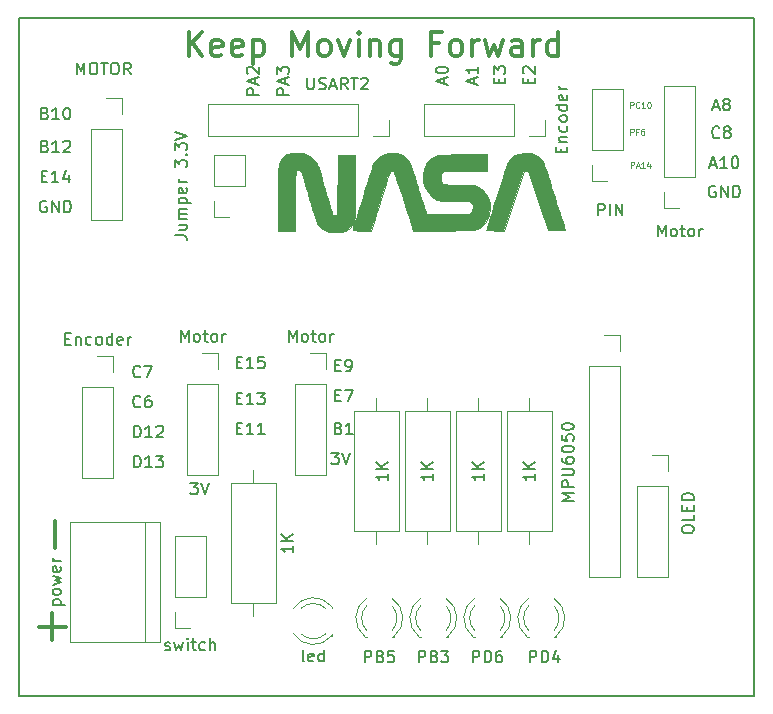
<source format=gbr>
G04 #@! TF.GenerationSoftware,KiCad,Pcbnew,(5.1.2)-2*
G04 #@! TF.CreationDate,2020-05-16T00:08:30+07:00*
G04 #@! TF.ProjectId,noname,6e6f6e61-6d65-42e6-9b69-6361645f7063,rev?*
G04 #@! TF.SameCoordinates,Original*
G04 #@! TF.FileFunction,Legend,Top*
G04 #@! TF.FilePolarity,Positive*
%FSLAX46Y46*%
G04 Gerber Fmt 4.6, Leading zero omitted, Abs format (unit mm)*
G04 Created by KiCad (PCBNEW (5.1.2)-2) date 2020-05-16 00:08:30*
%MOMM*%
%LPD*%
G04 APERTURE LIST*
%ADD10C,0.150000*%
%ADD11C,0.300000*%
%ADD12C,0.100000*%
%ADD13C,0.125000*%
%ADD14C,0.010000*%
%ADD15C,0.120000*%
G04 APERTURE END LIST*
D10*
X108966000Y-114300000D02*
X108966000Y-56896000D01*
X171196000Y-114300000D02*
X108966000Y-114300000D01*
X171196000Y-56896000D02*
X171196000Y-114300000D01*
X108966000Y-56896000D02*
X171196000Y-56896000D01*
X135707523Y-86288571D02*
X136040857Y-86288571D01*
X136183714Y-86812380D02*
X135707523Y-86812380D01*
X135707523Y-85812380D01*
X136183714Y-85812380D01*
X136659904Y-86812380D02*
X136850380Y-86812380D01*
X136945619Y-86764761D01*
X136993238Y-86717142D01*
X137088476Y-86574285D01*
X137136095Y-86383809D01*
X137136095Y-86002857D01*
X137088476Y-85907619D01*
X137040857Y-85860000D01*
X136945619Y-85812380D01*
X136755142Y-85812380D01*
X136659904Y-85860000D01*
X136612285Y-85907619D01*
X136564666Y-86002857D01*
X136564666Y-86240952D01*
X136612285Y-86336190D01*
X136659904Y-86383809D01*
X136755142Y-86431428D01*
X136945619Y-86431428D01*
X137040857Y-86383809D01*
X137088476Y-86336190D01*
X137136095Y-86240952D01*
X135707523Y-88828571D02*
X136040857Y-88828571D01*
X136183714Y-89352380D02*
X135707523Y-89352380D01*
X135707523Y-88352380D01*
X136183714Y-88352380D01*
X136517047Y-88352380D02*
X137183714Y-88352380D01*
X136755142Y-89352380D01*
X135993238Y-91622571D02*
X136136095Y-91670190D01*
X136183714Y-91717809D01*
X136231333Y-91813047D01*
X136231333Y-91955904D01*
X136183714Y-92051142D01*
X136136095Y-92098761D01*
X136040857Y-92146380D01*
X135659904Y-92146380D01*
X135659904Y-91146380D01*
X135993238Y-91146380D01*
X136088476Y-91194000D01*
X136136095Y-91241619D01*
X136183714Y-91336857D01*
X136183714Y-91432095D01*
X136136095Y-91527333D01*
X136088476Y-91574952D01*
X135993238Y-91622571D01*
X135659904Y-91622571D01*
X137183714Y-92146380D02*
X136612285Y-92146380D01*
X136898000Y-92146380D02*
X136898000Y-91146380D01*
X136802761Y-91289238D01*
X136707523Y-91384476D01*
X136612285Y-91432095D01*
X135382095Y-93686380D02*
X136001142Y-93686380D01*
X135667809Y-94067333D01*
X135810666Y-94067333D01*
X135905904Y-94114952D01*
X135953523Y-94162571D01*
X136001142Y-94257809D01*
X136001142Y-94495904D01*
X135953523Y-94591142D01*
X135905904Y-94638761D01*
X135810666Y-94686380D01*
X135524952Y-94686380D01*
X135429714Y-94638761D01*
X135382095Y-94591142D01*
X136286857Y-93686380D02*
X136620190Y-94686380D01*
X136953523Y-93686380D01*
X123444095Y-96226380D02*
X124063142Y-96226380D01*
X123729809Y-96607333D01*
X123872666Y-96607333D01*
X123967904Y-96654952D01*
X124015523Y-96702571D01*
X124063142Y-96797809D01*
X124063142Y-97035904D01*
X124015523Y-97131142D01*
X123967904Y-97178761D01*
X123872666Y-97226380D01*
X123586952Y-97226380D01*
X123491714Y-97178761D01*
X123444095Y-97131142D01*
X124348857Y-96226380D02*
X124682190Y-97226380D01*
X125015523Y-96226380D01*
X127357333Y-91622571D02*
X127690666Y-91622571D01*
X127833523Y-92146380D02*
X127357333Y-92146380D01*
X127357333Y-91146380D01*
X127833523Y-91146380D01*
X128785904Y-92146380D02*
X128214476Y-92146380D01*
X128500190Y-92146380D02*
X128500190Y-91146380D01*
X128404952Y-91289238D01*
X128309714Y-91384476D01*
X128214476Y-91432095D01*
X129738285Y-92146380D02*
X129166857Y-92146380D01*
X129452571Y-92146380D02*
X129452571Y-91146380D01*
X129357333Y-91289238D01*
X129262095Y-91384476D01*
X129166857Y-91432095D01*
X127357333Y-89082571D02*
X127690666Y-89082571D01*
X127833523Y-89606380D02*
X127357333Y-89606380D01*
X127357333Y-88606380D01*
X127833523Y-88606380D01*
X128785904Y-89606380D02*
X128214476Y-89606380D01*
X128500190Y-89606380D02*
X128500190Y-88606380D01*
X128404952Y-88749238D01*
X128309714Y-88844476D01*
X128214476Y-88892095D01*
X129119238Y-88606380D02*
X129738285Y-88606380D01*
X129404952Y-88987333D01*
X129547809Y-88987333D01*
X129643047Y-89034952D01*
X129690666Y-89082571D01*
X129738285Y-89177809D01*
X129738285Y-89415904D01*
X129690666Y-89511142D01*
X129643047Y-89558761D01*
X129547809Y-89606380D01*
X129262095Y-89606380D01*
X129166857Y-89558761D01*
X129119238Y-89511142D01*
X127357333Y-86034571D02*
X127690666Y-86034571D01*
X127833523Y-86558380D02*
X127357333Y-86558380D01*
X127357333Y-85558380D01*
X127833523Y-85558380D01*
X128785904Y-86558380D02*
X128214476Y-86558380D01*
X128500190Y-86558380D02*
X128500190Y-85558380D01*
X128404952Y-85701238D01*
X128309714Y-85796476D01*
X128214476Y-85844095D01*
X129690666Y-85558380D02*
X129214476Y-85558380D01*
X129166857Y-86034571D01*
X129214476Y-85986952D01*
X129309714Y-85939333D01*
X129547809Y-85939333D01*
X129643047Y-85986952D01*
X129690666Y-86034571D01*
X129738285Y-86129809D01*
X129738285Y-86367904D01*
X129690666Y-86463142D01*
X129643047Y-86510761D01*
X129547809Y-86558380D01*
X129309714Y-86558380D01*
X129214476Y-86510761D01*
X129166857Y-86463142D01*
X118673714Y-94940380D02*
X118673714Y-93940380D01*
X118911809Y-93940380D01*
X119054666Y-93988000D01*
X119149904Y-94083238D01*
X119197523Y-94178476D01*
X119245142Y-94368952D01*
X119245142Y-94511809D01*
X119197523Y-94702285D01*
X119149904Y-94797523D01*
X119054666Y-94892761D01*
X118911809Y-94940380D01*
X118673714Y-94940380D01*
X120197523Y-94940380D02*
X119626095Y-94940380D01*
X119911809Y-94940380D02*
X119911809Y-93940380D01*
X119816571Y-94083238D01*
X119721333Y-94178476D01*
X119626095Y-94226095D01*
X120530857Y-93940380D02*
X121149904Y-93940380D01*
X120816571Y-94321333D01*
X120959428Y-94321333D01*
X121054666Y-94368952D01*
X121102285Y-94416571D01*
X121149904Y-94511809D01*
X121149904Y-94749904D01*
X121102285Y-94845142D01*
X121054666Y-94892761D01*
X120959428Y-94940380D01*
X120673714Y-94940380D01*
X120578476Y-94892761D01*
X120530857Y-94845142D01*
X118673714Y-92400380D02*
X118673714Y-91400380D01*
X118911809Y-91400380D01*
X119054666Y-91448000D01*
X119149904Y-91543238D01*
X119197523Y-91638476D01*
X119245142Y-91828952D01*
X119245142Y-91971809D01*
X119197523Y-92162285D01*
X119149904Y-92257523D01*
X119054666Y-92352761D01*
X118911809Y-92400380D01*
X118673714Y-92400380D01*
X120197523Y-92400380D02*
X119626095Y-92400380D01*
X119911809Y-92400380D02*
X119911809Y-91400380D01*
X119816571Y-91543238D01*
X119721333Y-91638476D01*
X119626095Y-91686095D01*
X120578476Y-91495619D02*
X120626095Y-91448000D01*
X120721333Y-91400380D01*
X120959428Y-91400380D01*
X121054666Y-91448000D01*
X121102285Y-91495619D01*
X121149904Y-91590857D01*
X121149904Y-91686095D01*
X121102285Y-91828952D01*
X120530857Y-92400380D01*
X121149904Y-92400380D01*
X119213333Y-89765142D02*
X119165714Y-89812761D01*
X119022857Y-89860380D01*
X118927619Y-89860380D01*
X118784761Y-89812761D01*
X118689523Y-89717523D01*
X118641904Y-89622285D01*
X118594285Y-89431809D01*
X118594285Y-89288952D01*
X118641904Y-89098476D01*
X118689523Y-89003238D01*
X118784761Y-88908000D01*
X118927619Y-88860380D01*
X119022857Y-88860380D01*
X119165714Y-88908000D01*
X119213333Y-88955619D01*
X120070476Y-88860380D02*
X119880000Y-88860380D01*
X119784761Y-88908000D01*
X119737142Y-88955619D01*
X119641904Y-89098476D01*
X119594285Y-89288952D01*
X119594285Y-89669904D01*
X119641904Y-89765142D01*
X119689523Y-89812761D01*
X119784761Y-89860380D01*
X119975238Y-89860380D01*
X120070476Y-89812761D01*
X120118095Y-89765142D01*
X120165714Y-89669904D01*
X120165714Y-89431809D01*
X120118095Y-89336571D01*
X120070476Y-89288952D01*
X119975238Y-89241333D01*
X119784761Y-89241333D01*
X119689523Y-89288952D01*
X119641904Y-89336571D01*
X119594285Y-89431809D01*
X119213333Y-87225142D02*
X119165714Y-87272761D01*
X119022857Y-87320380D01*
X118927619Y-87320380D01*
X118784761Y-87272761D01*
X118689523Y-87177523D01*
X118641904Y-87082285D01*
X118594285Y-86891809D01*
X118594285Y-86748952D01*
X118641904Y-86558476D01*
X118689523Y-86463238D01*
X118784761Y-86368000D01*
X118927619Y-86320380D01*
X119022857Y-86320380D01*
X119165714Y-86368000D01*
X119213333Y-86415619D01*
X119546666Y-86320380D02*
X120213333Y-86320380D01*
X119784761Y-87320380D01*
D11*
X110617142Y-108418285D02*
X112902857Y-108418285D01*
X111760000Y-109561142D02*
X111760000Y-107275428D01*
X111974285Y-101726857D02*
X111974285Y-99441142D01*
D10*
X111133047Y-67746571D02*
X111275904Y-67794190D01*
X111323523Y-67841809D01*
X111371142Y-67937047D01*
X111371142Y-68079904D01*
X111323523Y-68175142D01*
X111275904Y-68222761D01*
X111180666Y-68270380D01*
X110799714Y-68270380D01*
X110799714Y-67270380D01*
X111133047Y-67270380D01*
X111228285Y-67318000D01*
X111275904Y-67365619D01*
X111323523Y-67460857D01*
X111323523Y-67556095D01*
X111275904Y-67651333D01*
X111228285Y-67698952D01*
X111133047Y-67746571D01*
X110799714Y-67746571D01*
X112323523Y-68270380D02*
X111752095Y-68270380D01*
X112037809Y-68270380D02*
X112037809Y-67270380D01*
X111942571Y-67413238D01*
X111847333Y-67508476D01*
X111752095Y-67556095D01*
X112704476Y-67365619D02*
X112752095Y-67318000D01*
X112847333Y-67270380D01*
X113085428Y-67270380D01*
X113180666Y-67318000D01*
X113228285Y-67365619D01*
X113275904Y-67460857D01*
X113275904Y-67556095D01*
X113228285Y-67698952D01*
X112656857Y-68270380D01*
X113275904Y-68270380D01*
X111133047Y-64952571D02*
X111275904Y-65000190D01*
X111323523Y-65047809D01*
X111371142Y-65143047D01*
X111371142Y-65285904D01*
X111323523Y-65381142D01*
X111275904Y-65428761D01*
X111180666Y-65476380D01*
X110799714Y-65476380D01*
X110799714Y-64476380D01*
X111133047Y-64476380D01*
X111228285Y-64524000D01*
X111275904Y-64571619D01*
X111323523Y-64666857D01*
X111323523Y-64762095D01*
X111275904Y-64857333D01*
X111228285Y-64904952D01*
X111133047Y-64952571D01*
X110799714Y-64952571D01*
X112323523Y-65476380D02*
X111752095Y-65476380D01*
X112037809Y-65476380D02*
X112037809Y-64476380D01*
X111942571Y-64619238D01*
X111847333Y-64714476D01*
X111752095Y-64762095D01*
X112942571Y-64476380D02*
X113037809Y-64476380D01*
X113133047Y-64524000D01*
X113180666Y-64571619D01*
X113228285Y-64666857D01*
X113275904Y-64857333D01*
X113275904Y-65095428D01*
X113228285Y-65285904D01*
X113180666Y-65381142D01*
X113133047Y-65428761D01*
X113037809Y-65476380D01*
X112942571Y-65476380D01*
X112847333Y-65428761D01*
X112799714Y-65381142D01*
X112752095Y-65285904D01*
X112704476Y-65095428D01*
X112704476Y-64857333D01*
X112752095Y-64666857D01*
X112799714Y-64571619D01*
X112847333Y-64524000D01*
X112942571Y-64476380D01*
X110847333Y-70286571D02*
X111180666Y-70286571D01*
X111323523Y-70810380D02*
X110847333Y-70810380D01*
X110847333Y-69810380D01*
X111323523Y-69810380D01*
X112275904Y-70810380D02*
X111704476Y-70810380D01*
X111990190Y-70810380D02*
X111990190Y-69810380D01*
X111894952Y-69953238D01*
X111799714Y-70048476D01*
X111704476Y-70096095D01*
X113133047Y-70143714D02*
X113133047Y-70810380D01*
X112894952Y-69762761D02*
X112656857Y-70477047D01*
X113275904Y-70477047D01*
X111252095Y-72398000D02*
X111156857Y-72350380D01*
X111014000Y-72350380D01*
X110871142Y-72398000D01*
X110775904Y-72493238D01*
X110728285Y-72588476D01*
X110680666Y-72778952D01*
X110680666Y-72921809D01*
X110728285Y-73112285D01*
X110775904Y-73207523D01*
X110871142Y-73302761D01*
X111014000Y-73350380D01*
X111109238Y-73350380D01*
X111252095Y-73302761D01*
X111299714Y-73255142D01*
X111299714Y-72921809D01*
X111109238Y-72921809D01*
X111728285Y-73350380D02*
X111728285Y-72350380D01*
X112299714Y-73350380D01*
X112299714Y-72350380D01*
X112775904Y-73350380D02*
X112775904Y-72350380D01*
X113014000Y-72350380D01*
X113156857Y-72398000D01*
X113252095Y-72493238D01*
X113299714Y-72588476D01*
X113347333Y-72778952D01*
X113347333Y-72921809D01*
X113299714Y-73112285D01*
X113252095Y-73207523D01*
X113156857Y-73302761D01*
X113014000Y-73350380D01*
X112775904Y-73350380D01*
X129230380Y-63396666D02*
X128230380Y-63396666D01*
X128230380Y-63015714D01*
X128278000Y-62920476D01*
X128325619Y-62872857D01*
X128420857Y-62825238D01*
X128563714Y-62825238D01*
X128658952Y-62872857D01*
X128706571Y-62920476D01*
X128754190Y-63015714D01*
X128754190Y-63396666D01*
X128944666Y-62444285D02*
X128944666Y-61968095D01*
X129230380Y-62539523D02*
X128230380Y-62206190D01*
X129230380Y-61872857D01*
X128325619Y-61587142D02*
X128278000Y-61539523D01*
X128230380Y-61444285D01*
X128230380Y-61206190D01*
X128278000Y-61110952D01*
X128325619Y-61063333D01*
X128420857Y-61015714D01*
X128516095Y-61015714D01*
X128658952Y-61063333D01*
X129230380Y-61634761D01*
X129230380Y-61015714D01*
X131770380Y-63396666D02*
X130770380Y-63396666D01*
X130770380Y-63015714D01*
X130818000Y-62920476D01*
X130865619Y-62872857D01*
X130960857Y-62825238D01*
X131103714Y-62825238D01*
X131198952Y-62872857D01*
X131246571Y-62920476D01*
X131294190Y-63015714D01*
X131294190Y-63396666D01*
X131484666Y-62444285D02*
X131484666Y-61968095D01*
X131770380Y-62539523D02*
X130770380Y-62206190D01*
X131770380Y-61872857D01*
X130770380Y-61634761D02*
X130770380Y-61015714D01*
X131151333Y-61349047D01*
X131151333Y-61206190D01*
X131198952Y-61110952D01*
X131246571Y-61063333D01*
X131341809Y-61015714D01*
X131579904Y-61015714D01*
X131675142Y-61063333D01*
X131722761Y-61110952D01*
X131770380Y-61206190D01*
X131770380Y-61491904D01*
X131722761Y-61587142D01*
X131675142Y-61634761D01*
X144946666Y-62436285D02*
X144946666Y-61960095D01*
X145232380Y-62531523D02*
X144232380Y-62198190D01*
X145232380Y-61864857D01*
X144232380Y-61341047D02*
X144232380Y-61245809D01*
X144280000Y-61150571D01*
X144327619Y-61102952D01*
X144422857Y-61055333D01*
X144613333Y-61007714D01*
X144851428Y-61007714D01*
X145041904Y-61055333D01*
X145137142Y-61102952D01*
X145184761Y-61150571D01*
X145232380Y-61245809D01*
X145232380Y-61341047D01*
X145184761Y-61436285D01*
X145137142Y-61483904D01*
X145041904Y-61531523D01*
X144851428Y-61579142D01*
X144613333Y-61579142D01*
X144422857Y-61531523D01*
X144327619Y-61483904D01*
X144280000Y-61436285D01*
X144232380Y-61341047D01*
X147486666Y-62436285D02*
X147486666Y-61960095D01*
X147772380Y-62531523D02*
X146772380Y-62198190D01*
X147772380Y-61864857D01*
X147772380Y-61007714D02*
X147772380Y-61579142D01*
X147772380Y-61293428D02*
X146772380Y-61293428D01*
X146915238Y-61388666D01*
X147010476Y-61483904D01*
X147058095Y-61579142D01*
X149597571Y-62412476D02*
X149597571Y-62079142D01*
X150121380Y-61936285D02*
X150121380Y-62412476D01*
X149121380Y-62412476D01*
X149121380Y-61936285D01*
X149121380Y-61602952D02*
X149121380Y-60983904D01*
X149502333Y-61317238D01*
X149502333Y-61174380D01*
X149549952Y-61079142D01*
X149597571Y-61031523D01*
X149692809Y-60983904D01*
X149930904Y-60983904D01*
X150026142Y-61031523D01*
X150073761Y-61079142D01*
X150121380Y-61174380D01*
X150121380Y-61460095D01*
X150073761Y-61555333D01*
X150026142Y-61602952D01*
X152074571Y-62412476D02*
X152074571Y-62079142D01*
X152598380Y-61936285D02*
X152598380Y-62412476D01*
X151598380Y-62412476D01*
X151598380Y-61936285D01*
X151693619Y-61555333D02*
X151646000Y-61507714D01*
X151598380Y-61412476D01*
X151598380Y-61174380D01*
X151646000Y-61079142D01*
X151693619Y-61031523D01*
X151788857Y-60983904D01*
X151884095Y-60983904D01*
X152026952Y-61031523D01*
X152598380Y-61602952D01*
X152598380Y-60983904D01*
D12*
X160706666Y-66774190D02*
X160706666Y-66274190D01*
X160897142Y-66274190D01*
X160944761Y-66298000D01*
X160968571Y-66321809D01*
X160992380Y-66369428D01*
X160992380Y-66440857D01*
X160968571Y-66488476D01*
X160944761Y-66512285D01*
X160897142Y-66536095D01*
X160706666Y-66536095D01*
X161373333Y-66512285D02*
X161206666Y-66512285D01*
X161206666Y-66774190D02*
X161206666Y-66274190D01*
X161444761Y-66274190D01*
X161849523Y-66274190D02*
X161754285Y-66274190D01*
X161706666Y-66298000D01*
X161682857Y-66321809D01*
X161635238Y-66393238D01*
X161611428Y-66488476D01*
X161611428Y-66678952D01*
X161635238Y-66726571D01*
X161659047Y-66750380D01*
X161706666Y-66774190D01*
X161801904Y-66774190D01*
X161849523Y-66750380D01*
X161873333Y-66726571D01*
X161897142Y-66678952D01*
X161897142Y-66559904D01*
X161873333Y-66512285D01*
X161849523Y-66488476D01*
X161801904Y-66464666D01*
X161706666Y-66464666D01*
X161659047Y-66488476D01*
X161635238Y-66512285D01*
X161611428Y-66559904D01*
D13*
X160722571Y-69568190D02*
X160722571Y-69068190D01*
X160913047Y-69068190D01*
X160960666Y-69092000D01*
X160984476Y-69115809D01*
X161008285Y-69163428D01*
X161008285Y-69234857D01*
X160984476Y-69282476D01*
X160960666Y-69306285D01*
X160913047Y-69330095D01*
X160722571Y-69330095D01*
X161198761Y-69425333D02*
X161436857Y-69425333D01*
X161151142Y-69568190D02*
X161317809Y-69068190D01*
X161484476Y-69568190D01*
X161913047Y-69568190D02*
X161627333Y-69568190D01*
X161770190Y-69568190D02*
X161770190Y-69068190D01*
X161722571Y-69139619D01*
X161674952Y-69187238D01*
X161627333Y-69211047D01*
X162341619Y-69234857D02*
X162341619Y-69568190D01*
X162222571Y-69044380D02*
X162103523Y-69401523D01*
X162413047Y-69401523D01*
D12*
X160686857Y-64488190D02*
X160686857Y-63988190D01*
X160877333Y-63988190D01*
X160924952Y-64012000D01*
X160948761Y-64035809D01*
X160972571Y-64083428D01*
X160972571Y-64154857D01*
X160948761Y-64202476D01*
X160924952Y-64226285D01*
X160877333Y-64250095D01*
X160686857Y-64250095D01*
X161472571Y-64440571D02*
X161448761Y-64464380D01*
X161377333Y-64488190D01*
X161329714Y-64488190D01*
X161258285Y-64464380D01*
X161210666Y-64416761D01*
X161186857Y-64369142D01*
X161163047Y-64273904D01*
X161163047Y-64202476D01*
X161186857Y-64107238D01*
X161210666Y-64059619D01*
X161258285Y-64012000D01*
X161329714Y-63988190D01*
X161377333Y-63988190D01*
X161448761Y-64012000D01*
X161472571Y-64035809D01*
X161948761Y-64488190D02*
X161663047Y-64488190D01*
X161805904Y-64488190D02*
X161805904Y-63988190D01*
X161758285Y-64059619D01*
X161710666Y-64107238D01*
X161663047Y-64131047D01*
X162258285Y-63988190D02*
X162305904Y-63988190D01*
X162353523Y-64012000D01*
X162377333Y-64035809D01*
X162401142Y-64083428D01*
X162424952Y-64178666D01*
X162424952Y-64297714D01*
X162401142Y-64392952D01*
X162377333Y-64440571D01*
X162353523Y-64464380D01*
X162305904Y-64488190D01*
X162258285Y-64488190D01*
X162210666Y-64464380D01*
X162186857Y-64440571D01*
X162163047Y-64392952D01*
X162139238Y-64297714D01*
X162139238Y-64178666D01*
X162163047Y-64083428D01*
X162186857Y-64035809D01*
X162210666Y-64012000D01*
X162258285Y-63988190D01*
D10*
X167687714Y-64428666D02*
X168163904Y-64428666D01*
X167592476Y-64714380D02*
X167925809Y-63714380D01*
X168259142Y-64714380D01*
X168735333Y-64142952D02*
X168640095Y-64095333D01*
X168592476Y-64047714D01*
X168544857Y-63952476D01*
X168544857Y-63904857D01*
X168592476Y-63809619D01*
X168640095Y-63762000D01*
X168735333Y-63714380D01*
X168925809Y-63714380D01*
X169021047Y-63762000D01*
X169068666Y-63809619D01*
X169116285Y-63904857D01*
X169116285Y-63952476D01*
X169068666Y-64047714D01*
X169021047Y-64095333D01*
X168925809Y-64142952D01*
X168735333Y-64142952D01*
X168640095Y-64190571D01*
X168592476Y-64238190D01*
X168544857Y-64333428D01*
X168544857Y-64523904D01*
X168592476Y-64619142D01*
X168640095Y-64666761D01*
X168735333Y-64714380D01*
X168925809Y-64714380D01*
X169021047Y-64666761D01*
X169068666Y-64619142D01*
X169116285Y-64523904D01*
X169116285Y-64333428D01*
X169068666Y-64238190D01*
X169021047Y-64190571D01*
X168925809Y-64142952D01*
X168235333Y-66968142D02*
X168187714Y-67015761D01*
X168044857Y-67063380D01*
X167949619Y-67063380D01*
X167806761Y-67015761D01*
X167711523Y-66920523D01*
X167663904Y-66825285D01*
X167616285Y-66634809D01*
X167616285Y-66491952D01*
X167663904Y-66301476D01*
X167711523Y-66206238D01*
X167806761Y-66111000D01*
X167949619Y-66063380D01*
X168044857Y-66063380D01*
X168187714Y-66111000D01*
X168235333Y-66158619D01*
X168806761Y-66491952D02*
X168711523Y-66444333D01*
X168663904Y-66396714D01*
X168616285Y-66301476D01*
X168616285Y-66253857D01*
X168663904Y-66158619D01*
X168711523Y-66111000D01*
X168806761Y-66063380D01*
X168997238Y-66063380D01*
X169092476Y-66111000D01*
X169140095Y-66158619D01*
X169187714Y-66253857D01*
X169187714Y-66301476D01*
X169140095Y-66396714D01*
X169092476Y-66444333D01*
X168997238Y-66491952D01*
X168806761Y-66491952D01*
X168711523Y-66539571D01*
X168663904Y-66587190D01*
X168616285Y-66682428D01*
X168616285Y-66872904D01*
X168663904Y-66968142D01*
X168711523Y-67015761D01*
X168806761Y-67063380D01*
X168997238Y-67063380D01*
X169092476Y-67015761D01*
X169140095Y-66968142D01*
X169187714Y-66872904D01*
X169187714Y-66682428D01*
X169140095Y-66587190D01*
X169092476Y-66539571D01*
X168997238Y-66491952D01*
X167465523Y-69317666D02*
X167941714Y-69317666D01*
X167370285Y-69603380D02*
X167703619Y-68603380D01*
X168036952Y-69603380D01*
X168894095Y-69603380D02*
X168322666Y-69603380D01*
X168608380Y-69603380D02*
X168608380Y-68603380D01*
X168513142Y-68746238D01*
X168417904Y-68841476D01*
X168322666Y-68889095D01*
X169513142Y-68603380D02*
X169608380Y-68603380D01*
X169703619Y-68651000D01*
X169751238Y-68698619D01*
X169798857Y-68793857D01*
X169846476Y-68984333D01*
X169846476Y-69222428D01*
X169798857Y-69412904D01*
X169751238Y-69508142D01*
X169703619Y-69555761D01*
X169608380Y-69603380D01*
X169513142Y-69603380D01*
X169417904Y-69555761D01*
X169370285Y-69508142D01*
X169322666Y-69412904D01*
X169275047Y-69222428D01*
X169275047Y-68984333D01*
X169322666Y-68793857D01*
X169370285Y-68698619D01*
X169417904Y-68651000D01*
X169513142Y-68603380D01*
X167894095Y-71128000D02*
X167798857Y-71080380D01*
X167656000Y-71080380D01*
X167513142Y-71128000D01*
X167417904Y-71223238D01*
X167370285Y-71318476D01*
X167322666Y-71508952D01*
X167322666Y-71651809D01*
X167370285Y-71842285D01*
X167417904Y-71937523D01*
X167513142Y-72032761D01*
X167656000Y-72080380D01*
X167751238Y-72080380D01*
X167894095Y-72032761D01*
X167941714Y-71985142D01*
X167941714Y-71651809D01*
X167751238Y-71651809D01*
X168370285Y-72080380D02*
X168370285Y-71080380D01*
X168941714Y-72080380D01*
X168941714Y-71080380D01*
X169417904Y-72080380D02*
X169417904Y-71080380D01*
X169656000Y-71080380D01*
X169798857Y-71128000D01*
X169894095Y-71223238D01*
X169941714Y-71318476D01*
X169989333Y-71508952D01*
X169989333Y-71651809D01*
X169941714Y-71842285D01*
X169894095Y-71937523D01*
X169798857Y-72032761D01*
X169656000Y-72080380D01*
X169417904Y-72080380D01*
D11*
X123318952Y-60086761D02*
X123318952Y-58086761D01*
X124461809Y-60086761D02*
X123604666Y-58943904D01*
X124461809Y-58086761D02*
X123318952Y-59229619D01*
X126080857Y-59991523D02*
X125890380Y-60086761D01*
X125509428Y-60086761D01*
X125318952Y-59991523D01*
X125223714Y-59801047D01*
X125223714Y-59039142D01*
X125318952Y-58848666D01*
X125509428Y-58753428D01*
X125890380Y-58753428D01*
X126080857Y-58848666D01*
X126176095Y-59039142D01*
X126176095Y-59229619D01*
X125223714Y-59420095D01*
X127795142Y-59991523D02*
X127604666Y-60086761D01*
X127223714Y-60086761D01*
X127033238Y-59991523D01*
X126938000Y-59801047D01*
X126938000Y-59039142D01*
X127033238Y-58848666D01*
X127223714Y-58753428D01*
X127604666Y-58753428D01*
X127795142Y-58848666D01*
X127890380Y-59039142D01*
X127890380Y-59229619D01*
X126938000Y-59420095D01*
X128747523Y-58753428D02*
X128747523Y-60753428D01*
X128747523Y-58848666D02*
X128938000Y-58753428D01*
X129318952Y-58753428D01*
X129509428Y-58848666D01*
X129604666Y-58943904D01*
X129699904Y-59134380D01*
X129699904Y-59705809D01*
X129604666Y-59896285D01*
X129509428Y-59991523D01*
X129318952Y-60086761D01*
X128938000Y-60086761D01*
X128747523Y-59991523D01*
X132080857Y-60086761D02*
X132080857Y-58086761D01*
X132747523Y-59515333D01*
X133414190Y-58086761D01*
X133414190Y-60086761D01*
X134652285Y-60086761D02*
X134461809Y-59991523D01*
X134366571Y-59896285D01*
X134271333Y-59705809D01*
X134271333Y-59134380D01*
X134366571Y-58943904D01*
X134461809Y-58848666D01*
X134652285Y-58753428D01*
X134938000Y-58753428D01*
X135128476Y-58848666D01*
X135223714Y-58943904D01*
X135318952Y-59134380D01*
X135318952Y-59705809D01*
X135223714Y-59896285D01*
X135128476Y-59991523D01*
X134938000Y-60086761D01*
X134652285Y-60086761D01*
X135985619Y-58753428D02*
X136461809Y-60086761D01*
X136938000Y-58753428D01*
X137699904Y-60086761D02*
X137699904Y-58753428D01*
X137699904Y-58086761D02*
X137604666Y-58182000D01*
X137699904Y-58277238D01*
X137795142Y-58182000D01*
X137699904Y-58086761D01*
X137699904Y-58277238D01*
X138652285Y-58753428D02*
X138652285Y-60086761D01*
X138652285Y-58943904D02*
X138747523Y-58848666D01*
X138938000Y-58753428D01*
X139223714Y-58753428D01*
X139414190Y-58848666D01*
X139509428Y-59039142D01*
X139509428Y-60086761D01*
X141318952Y-58753428D02*
X141318952Y-60372476D01*
X141223714Y-60562952D01*
X141128476Y-60658190D01*
X140938000Y-60753428D01*
X140652285Y-60753428D01*
X140461809Y-60658190D01*
X141318952Y-59991523D02*
X141128476Y-60086761D01*
X140747523Y-60086761D01*
X140557047Y-59991523D01*
X140461809Y-59896285D01*
X140366571Y-59705809D01*
X140366571Y-59134380D01*
X140461809Y-58943904D01*
X140557047Y-58848666D01*
X140747523Y-58753428D01*
X141128476Y-58753428D01*
X141318952Y-58848666D01*
X144461809Y-59039142D02*
X143795142Y-59039142D01*
X143795142Y-60086761D02*
X143795142Y-58086761D01*
X144747523Y-58086761D01*
X145795142Y-60086761D02*
X145604666Y-59991523D01*
X145509428Y-59896285D01*
X145414190Y-59705809D01*
X145414190Y-59134380D01*
X145509428Y-58943904D01*
X145604666Y-58848666D01*
X145795142Y-58753428D01*
X146080857Y-58753428D01*
X146271333Y-58848666D01*
X146366571Y-58943904D01*
X146461809Y-59134380D01*
X146461809Y-59705809D01*
X146366571Y-59896285D01*
X146271333Y-59991523D01*
X146080857Y-60086761D01*
X145795142Y-60086761D01*
X147318952Y-60086761D02*
X147318952Y-58753428D01*
X147318952Y-59134380D02*
X147414190Y-58943904D01*
X147509428Y-58848666D01*
X147699904Y-58753428D01*
X147890380Y-58753428D01*
X148366571Y-58753428D02*
X148747523Y-60086761D01*
X149128476Y-59134380D01*
X149509428Y-60086761D01*
X149890380Y-58753428D01*
X151509428Y-60086761D02*
X151509428Y-59039142D01*
X151414190Y-58848666D01*
X151223714Y-58753428D01*
X150842761Y-58753428D01*
X150652285Y-58848666D01*
X151509428Y-59991523D02*
X151318952Y-60086761D01*
X150842761Y-60086761D01*
X150652285Y-59991523D01*
X150557047Y-59801047D01*
X150557047Y-59610571D01*
X150652285Y-59420095D01*
X150842761Y-59324857D01*
X151318952Y-59324857D01*
X151509428Y-59229619D01*
X152461809Y-60086761D02*
X152461809Y-58753428D01*
X152461809Y-59134380D02*
X152557047Y-58943904D01*
X152652285Y-58848666D01*
X152842761Y-58753428D01*
X153033238Y-58753428D01*
X154557047Y-60086761D02*
X154557047Y-58086761D01*
X154557047Y-59991523D02*
X154366571Y-60086761D01*
X153985619Y-60086761D01*
X153795142Y-59991523D01*
X153699904Y-59896285D01*
X153604666Y-59705809D01*
X153604666Y-59134380D01*
X153699904Y-58943904D01*
X153795142Y-58848666D01*
X153985619Y-58753428D01*
X154366571Y-58753428D01*
X154557047Y-58848666D01*
D14*
G36*
X152282746Y-68349509D02*
G01*
X152653202Y-68461805D01*
X152965991Y-68638871D01*
X153209135Y-68874594D01*
X153321279Y-69050684D01*
X153355863Y-69137000D01*
X153417368Y-69310853D01*
X153502684Y-69562719D01*
X153608700Y-69883074D01*
X153732307Y-70262396D01*
X153870393Y-70691159D01*
X154019849Y-71159842D01*
X154177565Y-71658919D01*
X154286089Y-72004871D01*
X154445185Y-72513377D01*
X154595537Y-72993624D01*
X154734355Y-73436713D01*
X154858844Y-73833748D01*
X154966214Y-74175831D01*
X155053673Y-74454065D01*
X155118426Y-74659553D01*
X155157684Y-74783396D01*
X155168608Y-74817051D01*
X155157421Y-74842794D01*
X155094017Y-74859920D01*
X154966245Y-74869289D01*
X154761954Y-74871761D01*
X154468993Y-74868196D01*
X154450592Y-74867851D01*
X153709336Y-74853800D01*
X152860203Y-72339200D01*
X152011069Y-69824600D01*
X151720514Y-69824600D01*
X150042386Y-74879200D01*
X149262395Y-74879200D01*
X148996058Y-74876874D01*
X148771738Y-74870457D01*
X148606136Y-74860788D01*
X148515952Y-74848707D01*
X148504673Y-74841100D01*
X148523380Y-74786903D01*
X148569373Y-74644319D01*
X148639931Y-74422027D01*
X148732331Y-74128706D01*
X148843851Y-73773036D01*
X148971769Y-73363696D01*
X149113363Y-72909365D01*
X149265910Y-72418724D01*
X149400917Y-71983600D01*
X149580750Y-71407084D01*
X149749340Y-70873729D01*
X149904243Y-70390907D01*
X150043015Y-69965994D01*
X150163213Y-69606362D01*
X150262392Y-69319386D01*
X150338108Y-69112441D01*
X150387917Y-68992899D01*
X150398625Y-68973309D01*
X150629955Y-68707816D01*
X150933644Y-68505770D01*
X151299080Y-68371978D01*
X151715651Y-68311251D01*
X151866600Y-68308098D01*
X152282746Y-68349509D01*
X152282746Y-68349509D01*
G37*
X152282746Y-68349509D02*
X152653202Y-68461805D01*
X152965991Y-68638871D01*
X153209135Y-68874594D01*
X153321279Y-69050684D01*
X153355863Y-69137000D01*
X153417368Y-69310853D01*
X153502684Y-69562719D01*
X153608700Y-69883074D01*
X153732307Y-70262396D01*
X153870393Y-70691159D01*
X154019849Y-71159842D01*
X154177565Y-71658919D01*
X154286089Y-72004871D01*
X154445185Y-72513377D01*
X154595537Y-72993624D01*
X154734355Y-73436713D01*
X154858844Y-73833748D01*
X154966214Y-74175831D01*
X155053673Y-74454065D01*
X155118426Y-74659553D01*
X155157684Y-74783396D01*
X155168608Y-74817051D01*
X155157421Y-74842794D01*
X155094017Y-74859920D01*
X154966245Y-74869289D01*
X154761954Y-74871761D01*
X154468993Y-74868196D01*
X154450592Y-74867851D01*
X153709336Y-74853800D01*
X152860203Y-72339200D01*
X152011069Y-69824600D01*
X151720514Y-69824600D01*
X150042386Y-74879200D01*
X149262395Y-74879200D01*
X148996058Y-74876874D01*
X148771738Y-74870457D01*
X148606136Y-74860788D01*
X148515952Y-74848707D01*
X148504673Y-74841100D01*
X148523380Y-74786903D01*
X148569373Y-74644319D01*
X148639931Y-74422027D01*
X148732331Y-74128706D01*
X148843851Y-73773036D01*
X148971769Y-73363696D01*
X149113363Y-72909365D01*
X149265910Y-72418724D01*
X149400917Y-71983600D01*
X149580750Y-71407084D01*
X149749340Y-70873729D01*
X149904243Y-70390907D01*
X150043015Y-69965994D01*
X150163213Y-69606362D01*
X150262392Y-69319386D01*
X150338108Y-69112441D01*
X150387917Y-68992899D01*
X150398625Y-68973309D01*
X150629955Y-68707816D01*
X150933644Y-68505770D01*
X151299080Y-68371978D01*
X151715651Y-68311251D01*
X151866600Y-68308098D01*
X152282746Y-68349509D01*
G36*
X140845026Y-68322075D02*
G01*
X141250234Y-68440597D01*
X141587751Y-68634512D01*
X141859473Y-68905187D01*
X142029074Y-69174610D01*
X142065520Y-69264546D01*
X142128147Y-69440021D01*
X142213140Y-69689503D01*
X142316686Y-70001459D01*
X142434970Y-70364357D01*
X142564176Y-70766665D01*
X142700492Y-71196850D01*
X142748152Y-71348600D01*
X142883958Y-71780553D01*
X143011784Y-72184351D01*
X143128155Y-72549214D01*
X143229593Y-72864366D01*
X143312622Y-73119027D01*
X143373767Y-73302421D01*
X143409549Y-73403769D01*
X143415864Y-73418700D01*
X143434863Y-73442693D01*
X143470692Y-73461960D01*
X143533597Y-73477013D01*
X143633824Y-73488365D01*
X143781618Y-73496530D01*
X143987226Y-73502021D01*
X144260892Y-73505351D01*
X144612862Y-73507033D01*
X145053381Y-73507580D01*
X145190710Y-73507600D01*
X145686254Y-73507215D01*
X146090444Y-73505009D01*
X146413524Y-73499405D01*
X146665738Y-73488825D01*
X146857331Y-73471691D01*
X146998548Y-73446426D01*
X147099634Y-73411451D01*
X147170833Y-73365189D01*
X147222390Y-73306063D01*
X147264550Y-73232494D01*
X147287749Y-73184660D01*
X147363274Y-72939679D01*
X147342298Y-72722840D01*
X147241899Y-72549405D01*
X147112998Y-72396215D01*
X145806799Y-72380407D01*
X145405867Y-72375124D01*
X145092546Y-72369357D01*
X144852849Y-72361918D01*
X144672791Y-72351617D01*
X144538384Y-72337263D01*
X144435643Y-72317668D01*
X144350580Y-72291641D01*
X144269209Y-72257994D01*
X144246600Y-72247697D01*
X143905267Y-72035647D01*
X143614389Y-71740781D01*
X143381902Y-71372560D01*
X143254331Y-71064987D01*
X143185546Y-70767199D01*
X143156426Y-70424048D01*
X143166018Y-70070628D01*
X143213365Y-69742036D01*
X143297514Y-69473366D01*
X143297658Y-69473046D01*
X143501544Y-69117892D01*
X143762456Y-68840584D01*
X144093443Y-68627378D01*
X144107023Y-68620629D01*
X144447389Y-68453000D01*
X146493294Y-68438135D01*
X148539200Y-68423270D01*
X148539200Y-69799200D01*
X146772503Y-69799200D01*
X146282132Y-69799357D01*
X145883025Y-69800845D01*
X145564845Y-69805191D01*
X145317256Y-69813919D01*
X145129922Y-69828556D01*
X144992506Y-69850626D01*
X144894672Y-69881655D01*
X144826084Y-69923169D01*
X144776405Y-69976692D01*
X144735299Y-70043752D01*
X144703509Y-70104561D01*
X144641697Y-70301683D01*
X144636896Y-70516063D01*
X144683247Y-70717518D01*
X144774891Y-70875864D01*
X144867021Y-70946891D01*
X144941317Y-70959627D01*
X145102275Y-70973049D01*
X145334971Y-70986393D01*
X145624476Y-70998893D01*
X145955865Y-71009786D01*
X146227800Y-71016547D01*
X147497800Y-71043800D01*
X147802600Y-71193337D01*
X148012296Y-71317794D01*
X148226629Y-71478436D01*
X148344830Y-71586451D01*
X148580559Y-71897873D01*
X148738439Y-72257076D01*
X148819517Y-72647829D01*
X148824845Y-73053903D01*
X148755471Y-73459067D01*
X148612446Y-73847091D01*
X148396819Y-74201744D01*
X148158778Y-74463432D01*
X148061416Y-74552198D01*
X147973296Y-74627342D01*
X147885394Y-74689996D01*
X147788685Y-74741297D01*
X147674146Y-74782377D01*
X147532751Y-74814372D01*
X147355478Y-74838415D01*
X147133301Y-74855640D01*
X146857196Y-74867183D01*
X146518140Y-74874176D01*
X146107108Y-74877756D01*
X145615076Y-74879055D01*
X145033019Y-74879208D01*
X144850917Y-74879200D01*
X142298334Y-74879200D01*
X141934949Y-73748900D01*
X141709546Y-73047781D01*
X141513096Y-72437041D01*
X141343399Y-71910351D01*
X141198258Y-71461385D01*
X141075474Y-71083814D01*
X140972849Y-70771310D01*
X140888183Y-70517545D01*
X140819278Y-70316191D01*
X140763937Y-70160921D01*
X140719960Y-70045406D01*
X140685149Y-69963319D01*
X140657305Y-69908332D01*
X140634230Y-69874116D01*
X140613725Y-69854345D01*
X140593592Y-69842689D01*
X140574906Y-69834335D01*
X140464854Y-69809065D01*
X140379330Y-69860097D01*
X140356306Y-69897671D01*
X140320739Y-69979073D01*
X140271007Y-70109210D01*
X140205489Y-70292984D01*
X140122561Y-70535302D01*
X140020602Y-70841066D01*
X139897990Y-71215183D01*
X139753102Y-71662557D01*
X139584316Y-72188093D01*
X139390010Y-72796694D01*
X139168561Y-73493267D01*
X138958691Y-74155300D01*
X138729447Y-74879200D01*
X137939288Y-74879200D01*
X137639588Y-74878296D01*
X137427607Y-74874564D01*
X137289471Y-74866469D01*
X137211306Y-74852479D01*
X137179239Y-74831060D01*
X137179397Y-74800680D01*
X137181275Y-74795431D01*
X137202033Y-74732189D01*
X137249923Y-74581103D01*
X137322068Y-74351394D01*
X137415590Y-74052283D01*
X137527613Y-73692993D01*
X137655259Y-73282746D01*
X137795652Y-72830764D01*
X137945913Y-72346269D01*
X138025203Y-72090331D01*
X138181086Y-71587737D01*
X138330055Y-71108911D01*
X138469023Y-70663677D01*
X138594900Y-70261863D01*
X138704598Y-69913297D01*
X138795028Y-69627804D01*
X138863103Y-69415212D01*
X138905734Y-69285348D01*
X138915963Y-69256061D01*
X139070685Y-68977691D01*
X139305077Y-68735117D01*
X139600845Y-68537198D01*
X139939697Y-68392790D01*
X140303339Y-68310749D01*
X140673478Y-68299934D01*
X140845026Y-68322075D01*
X140845026Y-68322075D01*
G37*
X140845026Y-68322075D02*
X141250234Y-68440597D01*
X141587751Y-68634512D01*
X141859473Y-68905187D01*
X142029074Y-69174610D01*
X142065520Y-69264546D01*
X142128147Y-69440021D01*
X142213140Y-69689503D01*
X142316686Y-70001459D01*
X142434970Y-70364357D01*
X142564176Y-70766665D01*
X142700492Y-71196850D01*
X142748152Y-71348600D01*
X142883958Y-71780553D01*
X143011784Y-72184351D01*
X143128155Y-72549214D01*
X143229593Y-72864366D01*
X143312622Y-73119027D01*
X143373767Y-73302421D01*
X143409549Y-73403769D01*
X143415864Y-73418700D01*
X143434863Y-73442693D01*
X143470692Y-73461960D01*
X143533597Y-73477013D01*
X143633824Y-73488365D01*
X143781618Y-73496530D01*
X143987226Y-73502021D01*
X144260892Y-73505351D01*
X144612862Y-73507033D01*
X145053381Y-73507580D01*
X145190710Y-73507600D01*
X145686254Y-73507215D01*
X146090444Y-73505009D01*
X146413524Y-73499405D01*
X146665738Y-73488825D01*
X146857331Y-73471691D01*
X146998548Y-73446426D01*
X147099634Y-73411451D01*
X147170833Y-73365189D01*
X147222390Y-73306063D01*
X147264550Y-73232494D01*
X147287749Y-73184660D01*
X147363274Y-72939679D01*
X147342298Y-72722840D01*
X147241899Y-72549405D01*
X147112998Y-72396215D01*
X145806799Y-72380407D01*
X145405867Y-72375124D01*
X145092546Y-72369357D01*
X144852849Y-72361918D01*
X144672791Y-72351617D01*
X144538384Y-72337263D01*
X144435643Y-72317668D01*
X144350580Y-72291641D01*
X144269209Y-72257994D01*
X144246600Y-72247697D01*
X143905267Y-72035647D01*
X143614389Y-71740781D01*
X143381902Y-71372560D01*
X143254331Y-71064987D01*
X143185546Y-70767199D01*
X143156426Y-70424048D01*
X143166018Y-70070628D01*
X143213365Y-69742036D01*
X143297514Y-69473366D01*
X143297658Y-69473046D01*
X143501544Y-69117892D01*
X143762456Y-68840584D01*
X144093443Y-68627378D01*
X144107023Y-68620629D01*
X144447389Y-68453000D01*
X146493294Y-68438135D01*
X148539200Y-68423270D01*
X148539200Y-69799200D01*
X146772503Y-69799200D01*
X146282132Y-69799357D01*
X145883025Y-69800845D01*
X145564845Y-69805191D01*
X145317256Y-69813919D01*
X145129922Y-69828556D01*
X144992506Y-69850626D01*
X144894672Y-69881655D01*
X144826084Y-69923169D01*
X144776405Y-69976692D01*
X144735299Y-70043752D01*
X144703509Y-70104561D01*
X144641697Y-70301683D01*
X144636896Y-70516063D01*
X144683247Y-70717518D01*
X144774891Y-70875864D01*
X144867021Y-70946891D01*
X144941317Y-70959627D01*
X145102275Y-70973049D01*
X145334971Y-70986393D01*
X145624476Y-70998893D01*
X145955865Y-71009786D01*
X146227800Y-71016547D01*
X147497800Y-71043800D01*
X147802600Y-71193337D01*
X148012296Y-71317794D01*
X148226629Y-71478436D01*
X148344830Y-71586451D01*
X148580559Y-71897873D01*
X148738439Y-72257076D01*
X148819517Y-72647829D01*
X148824845Y-73053903D01*
X148755471Y-73459067D01*
X148612446Y-73847091D01*
X148396819Y-74201744D01*
X148158778Y-74463432D01*
X148061416Y-74552198D01*
X147973296Y-74627342D01*
X147885394Y-74689996D01*
X147788685Y-74741297D01*
X147674146Y-74782377D01*
X147532751Y-74814372D01*
X147355478Y-74838415D01*
X147133301Y-74855640D01*
X146857196Y-74867183D01*
X146518140Y-74874176D01*
X146107108Y-74877756D01*
X145615076Y-74879055D01*
X145033019Y-74879208D01*
X144850917Y-74879200D01*
X142298334Y-74879200D01*
X141934949Y-73748900D01*
X141709546Y-73047781D01*
X141513096Y-72437041D01*
X141343399Y-71910351D01*
X141198258Y-71461385D01*
X141075474Y-71083814D01*
X140972849Y-70771310D01*
X140888183Y-70517545D01*
X140819278Y-70316191D01*
X140763937Y-70160921D01*
X140719960Y-70045406D01*
X140685149Y-69963319D01*
X140657305Y-69908332D01*
X140634230Y-69874116D01*
X140613725Y-69854345D01*
X140593592Y-69842689D01*
X140574906Y-69834335D01*
X140464854Y-69809065D01*
X140379330Y-69860097D01*
X140356306Y-69897671D01*
X140320739Y-69979073D01*
X140271007Y-70109210D01*
X140205489Y-70292984D01*
X140122561Y-70535302D01*
X140020602Y-70841066D01*
X139897990Y-71215183D01*
X139753102Y-71662557D01*
X139584316Y-72188093D01*
X139390010Y-72796694D01*
X139168561Y-73493267D01*
X138958691Y-74155300D01*
X138729447Y-74879200D01*
X137939288Y-74879200D01*
X137639588Y-74878296D01*
X137427607Y-74874564D01*
X137289471Y-74866469D01*
X137211306Y-74852479D01*
X137179239Y-74831060D01*
X137179397Y-74800680D01*
X137181275Y-74795431D01*
X137202033Y-74732189D01*
X137249923Y-74581103D01*
X137322068Y-74351394D01*
X137415590Y-74052283D01*
X137527613Y-73692993D01*
X137655259Y-73282746D01*
X137795652Y-72830764D01*
X137945913Y-72346269D01*
X138025203Y-72090331D01*
X138181086Y-71587737D01*
X138330055Y-71108911D01*
X138469023Y-70663677D01*
X138594900Y-70261863D01*
X138704598Y-69913297D01*
X138795028Y-69627804D01*
X138863103Y-69415212D01*
X138905734Y-69285348D01*
X138915963Y-69256061D01*
X139070685Y-68977691D01*
X139305077Y-68735117D01*
X139600845Y-68537198D01*
X139939697Y-68392790D01*
X140303339Y-68310749D01*
X140673478Y-68299934D01*
X140845026Y-68322075D01*
G36*
X133015563Y-68357628D02*
G01*
X133408220Y-68502624D01*
X133750761Y-68727061D01*
X134032645Y-69026760D01*
X134084289Y-69100589D01*
X134134404Y-69184836D01*
X134186349Y-69292230D01*
X134243330Y-69432493D01*
X134308549Y-69615345D01*
X134385211Y-69850507D01*
X134476520Y-70147700D01*
X134585680Y-70516645D01*
X134715894Y-70967064D01*
X134822559Y-71340508D01*
X134947453Y-71776310D01*
X135066555Y-72186216D01*
X135176439Y-72558841D01*
X135273675Y-72882798D01*
X135354835Y-73146700D01*
X135416488Y-73339160D01*
X135455207Y-73448793D01*
X135462137Y-73464414D01*
X135534997Y-73569738D01*
X135628979Y-73602556D01*
X135702358Y-73599505D01*
X135864600Y-73583800D01*
X135915400Y-68453000D01*
X137388600Y-68453000D01*
X137388600Y-71120000D01*
X137388361Y-71715214D01*
X137387459Y-72217842D01*
X137385614Y-72636896D01*
X137382547Y-72981391D01*
X137377979Y-73260340D01*
X137371630Y-73482754D01*
X137363221Y-73657648D01*
X137352473Y-73794034D01*
X137339106Y-73900926D01*
X137322840Y-73987337D01*
X137303397Y-74062280D01*
X137296723Y-74084458D01*
X137166652Y-74372844D01*
X136973630Y-74631292D01*
X136739966Y-74835131D01*
X136512303Y-74951867D01*
X136290226Y-75001053D01*
X136004285Y-75027207D01*
X135689495Y-75030658D01*
X135380870Y-75011735D01*
X135113422Y-74970769D01*
X134992488Y-74937565D01*
X134634013Y-74763494D01*
X134334155Y-74513654D01*
X134238436Y-74400376D01*
X134195411Y-74326123D01*
X134141225Y-74198897D01*
X134073681Y-74011843D01*
X133990582Y-73758107D01*
X133889731Y-73430832D01*
X133768930Y-73023165D01*
X133625984Y-72528249D01*
X133526623Y-72179343D01*
X133399813Y-71734575D01*
X133278937Y-71315203D01*
X133167324Y-70932451D01*
X133068304Y-70597538D01*
X132985207Y-70321687D01*
X132921364Y-70116119D01*
X132880103Y-69992054D01*
X132869711Y-69965633D01*
X132764807Y-69824109D01*
X132630704Y-69761756D01*
X132490987Y-69786102D01*
X132433553Y-69826452D01*
X132410835Y-69850199D01*
X132391862Y-69882528D01*
X132376298Y-69932138D01*
X132363804Y-70007728D01*
X132354045Y-70117996D01*
X132346683Y-70271642D01*
X132341383Y-70477363D01*
X132337806Y-70743860D01*
X132335617Y-71079830D01*
X132334478Y-71493972D01*
X132334053Y-71994985D01*
X132334000Y-72397873D01*
X132334000Y-74879200D01*
X130860800Y-74879200D01*
X130861402Y-72224900D01*
X130861852Y-71595908D01*
X130863386Y-71059785D01*
X130866750Y-70607800D01*
X130872685Y-70231222D01*
X130881934Y-69921319D01*
X130895241Y-69669362D01*
X130913348Y-69466618D01*
X130937000Y-69304358D01*
X130966937Y-69173849D01*
X131003904Y-69066362D01*
X131048644Y-68973166D01*
X131101899Y-68885529D01*
X131151786Y-68812627D01*
X131360402Y-68600657D01*
X131651066Y-68443142D01*
X132026204Y-68338857D01*
X132122054Y-68322671D01*
X132583328Y-68296251D01*
X133015563Y-68357628D01*
X133015563Y-68357628D01*
G37*
X133015563Y-68357628D02*
X133408220Y-68502624D01*
X133750761Y-68727061D01*
X134032645Y-69026760D01*
X134084289Y-69100589D01*
X134134404Y-69184836D01*
X134186349Y-69292230D01*
X134243330Y-69432493D01*
X134308549Y-69615345D01*
X134385211Y-69850507D01*
X134476520Y-70147700D01*
X134585680Y-70516645D01*
X134715894Y-70967064D01*
X134822559Y-71340508D01*
X134947453Y-71776310D01*
X135066555Y-72186216D01*
X135176439Y-72558841D01*
X135273675Y-72882798D01*
X135354835Y-73146700D01*
X135416488Y-73339160D01*
X135455207Y-73448793D01*
X135462137Y-73464414D01*
X135534997Y-73569738D01*
X135628979Y-73602556D01*
X135702358Y-73599505D01*
X135864600Y-73583800D01*
X135915400Y-68453000D01*
X137388600Y-68453000D01*
X137388600Y-71120000D01*
X137388361Y-71715214D01*
X137387459Y-72217842D01*
X137385614Y-72636896D01*
X137382547Y-72981391D01*
X137377979Y-73260340D01*
X137371630Y-73482754D01*
X137363221Y-73657648D01*
X137352473Y-73794034D01*
X137339106Y-73900926D01*
X137322840Y-73987337D01*
X137303397Y-74062280D01*
X137296723Y-74084458D01*
X137166652Y-74372844D01*
X136973630Y-74631292D01*
X136739966Y-74835131D01*
X136512303Y-74951867D01*
X136290226Y-75001053D01*
X136004285Y-75027207D01*
X135689495Y-75030658D01*
X135380870Y-75011735D01*
X135113422Y-74970769D01*
X134992488Y-74937565D01*
X134634013Y-74763494D01*
X134334155Y-74513654D01*
X134238436Y-74400376D01*
X134195411Y-74326123D01*
X134141225Y-74198897D01*
X134073681Y-74011843D01*
X133990582Y-73758107D01*
X133889731Y-73430832D01*
X133768930Y-73023165D01*
X133625984Y-72528249D01*
X133526623Y-72179343D01*
X133399813Y-71734575D01*
X133278937Y-71315203D01*
X133167324Y-70932451D01*
X133068304Y-70597538D01*
X132985207Y-70321687D01*
X132921364Y-70116119D01*
X132880103Y-69992054D01*
X132869711Y-69965633D01*
X132764807Y-69824109D01*
X132630704Y-69761756D01*
X132490987Y-69786102D01*
X132433553Y-69826452D01*
X132410835Y-69850199D01*
X132391862Y-69882528D01*
X132376298Y-69932138D01*
X132363804Y-70007728D01*
X132354045Y-70117996D01*
X132346683Y-70271642D01*
X132341383Y-70477363D01*
X132337806Y-70743860D01*
X132335617Y-71079830D01*
X132334478Y-71493972D01*
X132334053Y-71994985D01*
X132334000Y-72397873D01*
X132334000Y-74879200D01*
X130860800Y-74879200D01*
X130861402Y-72224900D01*
X130861852Y-71595908D01*
X130863386Y-71059785D01*
X130866750Y-70607800D01*
X130872685Y-70231222D01*
X130881934Y-69921319D01*
X130895241Y-69669362D01*
X130913348Y-69466618D01*
X130937000Y-69304358D01*
X130966937Y-69173849D01*
X131003904Y-69066362D01*
X131048644Y-68973166D01*
X131101899Y-68885529D01*
X131151786Y-68812627D01*
X131360402Y-68600657D01*
X131651066Y-68443142D01*
X132026204Y-68338857D01*
X132122054Y-68322671D01*
X132583328Y-68296251D01*
X133015563Y-68357628D01*
D15*
X138210000Y-109256000D02*
X138366000Y-109256000D01*
X140526000Y-109256000D02*
X140682000Y-109256000D01*
X138367392Y-106023665D02*
G75*
G03X138210484Y-109256000I1078608J-1672335D01*
G01*
X140524608Y-106023665D02*
G75*
G02X140681516Y-109256000I-1078608J-1672335D01*
G01*
X138366163Y-106654870D02*
G75*
G03X138366000Y-108736961I1079837J-1041130D01*
G01*
X140525837Y-106654870D02*
G75*
G02X140526000Y-108736961I-1079837J-1041130D01*
G01*
X142782000Y-109256000D02*
X142938000Y-109256000D01*
X145098000Y-109256000D02*
X145254000Y-109256000D01*
X142939392Y-106023665D02*
G75*
G03X142782484Y-109256000I1078608J-1672335D01*
G01*
X145096608Y-106023665D02*
G75*
G02X145253516Y-109256000I-1078608J-1672335D01*
G01*
X142938163Y-106654870D02*
G75*
G03X142938000Y-108736961I1079837J-1041130D01*
G01*
X145097837Y-106654870D02*
G75*
G02X145098000Y-108736961I-1079837J-1041130D01*
G01*
X149669837Y-106654870D02*
G75*
G02X149670000Y-108736961I-1079837J-1041130D01*
G01*
X147510163Y-106654870D02*
G75*
G03X147510000Y-108736961I1079837J-1041130D01*
G01*
X149668608Y-106023665D02*
G75*
G02X149825516Y-109256000I-1078608J-1672335D01*
G01*
X147511392Y-106023665D02*
G75*
G03X147354484Y-109256000I1078608J-1672335D01*
G01*
X149670000Y-109256000D02*
X149826000Y-109256000D01*
X147354000Y-109256000D02*
X147510000Y-109256000D01*
X151926000Y-109256000D02*
X152082000Y-109256000D01*
X154242000Y-109256000D02*
X154398000Y-109256000D01*
X152083392Y-106023665D02*
G75*
G03X151926484Y-109256000I1078608J-1672335D01*
G01*
X154240608Y-106023665D02*
G75*
G02X154397516Y-109256000I-1078608J-1672335D01*
G01*
X152082163Y-106654870D02*
G75*
G03X152082000Y-108736961I1079837J-1041130D01*
G01*
X154241837Y-106654870D02*
G75*
G02X154242000Y-108736961I-1079837J-1041130D01*
G01*
X132816870Y-106870163D02*
G75*
G02X134898961Y-106870000I1041130J-1079837D01*
G01*
X132816870Y-109029837D02*
G75*
G03X134898961Y-109030000I1041130J1079837D01*
G01*
X132185665Y-106871392D02*
G75*
G02X135418000Y-106714484I1672335J-1078608D01*
G01*
X132185665Y-109028608D02*
G75*
G03X135418000Y-109185516I1672335J1078608D01*
G01*
X135418000Y-106870000D02*
X135418000Y-106714000D01*
X135418000Y-109186000D02*
X135418000Y-109030000D01*
X123444000Y-108518000D02*
X122114000Y-108518000D01*
X122114000Y-108518000D02*
X122114000Y-107188000D01*
X122114000Y-105918000D02*
X122114000Y-100778000D01*
X124774000Y-100778000D02*
X122114000Y-100778000D01*
X124774000Y-105918000D02*
X124774000Y-100778000D01*
X124774000Y-105918000D02*
X122114000Y-105918000D01*
X128076000Y-71120000D02*
X125416000Y-71120000D01*
X128076000Y-71120000D02*
X128076000Y-68520000D01*
X128076000Y-68520000D02*
X125416000Y-68520000D01*
X125416000Y-71120000D02*
X125416000Y-68520000D01*
X125416000Y-73720000D02*
X125416000Y-72390000D01*
X126746000Y-73720000D02*
X125416000Y-73720000D01*
X114240000Y-88138000D02*
X116900000Y-88138000D01*
X114240000Y-88138000D02*
X114240000Y-95818000D01*
X114240000Y-95818000D02*
X116900000Y-95818000D01*
X116900000Y-88138000D02*
X116900000Y-95818000D01*
X116900000Y-85538000D02*
X116900000Y-86868000D01*
X115570000Y-85538000D02*
X116900000Y-85538000D01*
X123130000Y-87884000D02*
X125790000Y-87884000D01*
X123130000Y-87884000D02*
X123130000Y-95564000D01*
X123130000Y-95564000D02*
X125790000Y-95564000D01*
X125790000Y-87884000D02*
X125790000Y-95564000D01*
X125790000Y-85284000D02*
X125790000Y-86614000D01*
X124460000Y-85284000D02*
X125790000Y-85284000D01*
X133604000Y-85284000D02*
X134934000Y-85284000D01*
X134934000Y-85284000D02*
X134934000Y-86614000D01*
X134934000Y-87884000D02*
X134934000Y-95564000D01*
X132274000Y-95564000D02*
X134934000Y-95564000D01*
X132274000Y-87884000D02*
X132274000Y-95564000D01*
X132274000Y-87884000D02*
X134934000Y-87884000D01*
X115002000Y-66294000D02*
X117662000Y-66294000D01*
X115002000Y-66294000D02*
X115002000Y-73974000D01*
X115002000Y-73974000D02*
X117662000Y-73974000D01*
X117662000Y-66294000D02*
X117662000Y-73974000D01*
X117662000Y-63694000D02*
X117662000Y-65024000D01*
X116332000Y-63694000D02*
X117662000Y-63694000D01*
X137668000Y-64202000D02*
X137668000Y-66862000D01*
X137668000Y-64202000D02*
X124908000Y-64202000D01*
X124908000Y-64202000D02*
X124908000Y-66862000D01*
X137668000Y-66862000D02*
X124908000Y-66862000D01*
X140268000Y-66862000D02*
X138938000Y-66862000D01*
X140268000Y-65532000D02*
X140268000Y-66862000D01*
X160080000Y-68072000D02*
X157420000Y-68072000D01*
X160080000Y-68072000D02*
X160080000Y-62932000D01*
X160080000Y-62932000D02*
X157420000Y-62932000D01*
X157420000Y-68072000D02*
X157420000Y-62932000D01*
X157420000Y-70672000D02*
X157420000Y-69342000D01*
X158750000Y-70672000D02*
X157420000Y-70672000D01*
X153476000Y-65532000D02*
X153476000Y-66862000D01*
X153476000Y-66862000D02*
X152146000Y-66862000D01*
X150876000Y-66862000D02*
X143196000Y-66862000D01*
X143196000Y-64202000D02*
X143196000Y-66862000D01*
X150876000Y-64202000D02*
X143196000Y-64202000D01*
X150876000Y-64202000D02*
X150876000Y-66862000D01*
X166176000Y-70358000D02*
X163516000Y-70358000D01*
X166176000Y-70358000D02*
X166176000Y-62678000D01*
X166176000Y-62678000D02*
X163516000Y-62678000D01*
X163516000Y-70358000D02*
X163516000Y-62678000D01*
X163516000Y-72958000D02*
X163516000Y-71628000D01*
X164846000Y-72958000D02*
X163516000Y-72958000D01*
X162560000Y-93920000D02*
X163890000Y-93920000D01*
X163890000Y-93920000D02*
X163890000Y-95250000D01*
X163890000Y-96520000D02*
X163890000Y-104200000D01*
X161230000Y-104200000D02*
X163890000Y-104200000D01*
X161230000Y-96520000D02*
X161230000Y-104200000D01*
X161230000Y-96520000D02*
X163890000Y-96520000D01*
X157166000Y-86360000D02*
X159826000Y-86360000D01*
X157166000Y-86360000D02*
X157166000Y-104200000D01*
X157166000Y-104200000D02*
X159826000Y-104200000D01*
X159826000Y-86360000D02*
X159826000Y-104200000D01*
X159826000Y-83760000D02*
X159826000Y-85090000D01*
X158496000Y-83760000D02*
X159826000Y-83760000D01*
X119634000Y-99568000D02*
X119634000Y-109728000D01*
X120904000Y-99568000D02*
X113284000Y-99568000D01*
X113284000Y-99568000D02*
X113284000Y-109728000D01*
X113284000Y-109728000D02*
X120904000Y-109728000D01*
X120904000Y-109728000D02*
X120904000Y-99568000D01*
X141112000Y-90180000D02*
X137272000Y-90180000D01*
X137272000Y-90180000D02*
X137272000Y-100320000D01*
X137272000Y-100320000D02*
X141112000Y-100320000D01*
X141112000Y-100320000D02*
X141112000Y-90180000D01*
X139192000Y-89070000D02*
X139192000Y-90180000D01*
X139192000Y-101430000D02*
X139192000Y-100320000D01*
X143510000Y-101430000D02*
X143510000Y-100320000D01*
X143510000Y-89070000D02*
X143510000Y-90180000D01*
X145430000Y-100320000D02*
X145430000Y-90180000D01*
X141590000Y-100320000D02*
X145430000Y-100320000D01*
X141590000Y-90180000D02*
X141590000Y-100320000D01*
X145430000Y-90180000D02*
X141590000Y-90180000D01*
X149748000Y-90180000D02*
X145908000Y-90180000D01*
X145908000Y-90180000D02*
X145908000Y-100320000D01*
X145908000Y-100320000D02*
X149748000Y-100320000D01*
X149748000Y-100320000D02*
X149748000Y-90180000D01*
X147828000Y-89070000D02*
X147828000Y-90180000D01*
X147828000Y-101430000D02*
X147828000Y-100320000D01*
X152146000Y-101430000D02*
X152146000Y-100320000D01*
X152146000Y-89070000D02*
X152146000Y-90180000D01*
X154066000Y-100320000D02*
X154066000Y-90180000D01*
X150226000Y-100320000D02*
X154066000Y-100320000D01*
X150226000Y-90180000D02*
X150226000Y-100320000D01*
X154066000Y-90180000D02*
X150226000Y-90180000D01*
X130698000Y-96276000D02*
X126858000Y-96276000D01*
X126858000Y-96276000D02*
X126858000Y-106416000D01*
X126858000Y-106416000D02*
X130698000Y-106416000D01*
X130698000Y-106416000D02*
X130698000Y-96276000D01*
X128778000Y-95166000D02*
X128778000Y-96276000D01*
X128778000Y-107526000D02*
X128778000Y-106416000D01*
D10*
X138207904Y-111450380D02*
X138207904Y-110450380D01*
X138588857Y-110450380D01*
X138684095Y-110498000D01*
X138731714Y-110545619D01*
X138779333Y-110640857D01*
X138779333Y-110783714D01*
X138731714Y-110878952D01*
X138684095Y-110926571D01*
X138588857Y-110974190D01*
X138207904Y-110974190D01*
X139541238Y-110926571D02*
X139684095Y-110974190D01*
X139731714Y-111021809D01*
X139779333Y-111117047D01*
X139779333Y-111259904D01*
X139731714Y-111355142D01*
X139684095Y-111402761D01*
X139588857Y-111450380D01*
X139207904Y-111450380D01*
X139207904Y-110450380D01*
X139541238Y-110450380D01*
X139636476Y-110498000D01*
X139684095Y-110545619D01*
X139731714Y-110640857D01*
X139731714Y-110736095D01*
X139684095Y-110831333D01*
X139636476Y-110878952D01*
X139541238Y-110926571D01*
X139207904Y-110926571D01*
X140684095Y-110450380D02*
X140207904Y-110450380D01*
X140160285Y-110926571D01*
X140207904Y-110878952D01*
X140303142Y-110831333D01*
X140541238Y-110831333D01*
X140636476Y-110878952D01*
X140684095Y-110926571D01*
X140731714Y-111021809D01*
X140731714Y-111259904D01*
X140684095Y-111355142D01*
X140636476Y-111402761D01*
X140541238Y-111450380D01*
X140303142Y-111450380D01*
X140207904Y-111402761D01*
X140160285Y-111355142D01*
X142779904Y-111450380D02*
X142779904Y-110450380D01*
X143160857Y-110450380D01*
X143256095Y-110498000D01*
X143303714Y-110545619D01*
X143351333Y-110640857D01*
X143351333Y-110783714D01*
X143303714Y-110878952D01*
X143256095Y-110926571D01*
X143160857Y-110974190D01*
X142779904Y-110974190D01*
X144113238Y-110926571D02*
X144256095Y-110974190D01*
X144303714Y-111021809D01*
X144351333Y-111117047D01*
X144351333Y-111259904D01*
X144303714Y-111355142D01*
X144256095Y-111402761D01*
X144160857Y-111450380D01*
X143779904Y-111450380D01*
X143779904Y-110450380D01*
X144113238Y-110450380D01*
X144208476Y-110498000D01*
X144256095Y-110545619D01*
X144303714Y-110640857D01*
X144303714Y-110736095D01*
X144256095Y-110831333D01*
X144208476Y-110878952D01*
X144113238Y-110926571D01*
X143779904Y-110926571D01*
X144684666Y-110450380D02*
X145303714Y-110450380D01*
X144970380Y-110831333D01*
X145113238Y-110831333D01*
X145208476Y-110878952D01*
X145256095Y-110926571D01*
X145303714Y-111021809D01*
X145303714Y-111259904D01*
X145256095Y-111355142D01*
X145208476Y-111402761D01*
X145113238Y-111450380D01*
X144827523Y-111450380D01*
X144732285Y-111402761D01*
X144684666Y-111355142D01*
X147351904Y-111450380D02*
X147351904Y-110450380D01*
X147732857Y-110450380D01*
X147828095Y-110498000D01*
X147875714Y-110545619D01*
X147923333Y-110640857D01*
X147923333Y-110783714D01*
X147875714Y-110878952D01*
X147828095Y-110926571D01*
X147732857Y-110974190D01*
X147351904Y-110974190D01*
X148351904Y-111450380D02*
X148351904Y-110450380D01*
X148590000Y-110450380D01*
X148732857Y-110498000D01*
X148828095Y-110593238D01*
X148875714Y-110688476D01*
X148923333Y-110878952D01*
X148923333Y-111021809D01*
X148875714Y-111212285D01*
X148828095Y-111307523D01*
X148732857Y-111402761D01*
X148590000Y-111450380D01*
X148351904Y-111450380D01*
X149780476Y-110450380D02*
X149590000Y-110450380D01*
X149494761Y-110498000D01*
X149447142Y-110545619D01*
X149351904Y-110688476D01*
X149304285Y-110878952D01*
X149304285Y-111259904D01*
X149351904Y-111355142D01*
X149399523Y-111402761D01*
X149494761Y-111450380D01*
X149685238Y-111450380D01*
X149780476Y-111402761D01*
X149828095Y-111355142D01*
X149875714Y-111259904D01*
X149875714Y-111021809D01*
X149828095Y-110926571D01*
X149780476Y-110878952D01*
X149685238Y-110831333D01*
X149494761Y-110831333D01*
X149399523Y-110878952D01*
X149351904Y-110926571D01*
X149304285Y-111021809D01*
X152177904Y-111450380D02*
X152177904Y-110450380D01*
X152558857Y-110450380D01*
X152654095Y-110498000D01*
X152701714Y-110545619D01*
X152749333Y-110640857D01*
X152749333Y-110783714D01*
X152701714Y-110878952D01*
X152654095Y-110926571D01*
X152558857Y-110974190D01*
X152177904Y-110974190D01*
X153177904Y-111450380D02*
X153177904Y-110450380D01*
X153416000Y-110450380D01*
X153558857Y-110498000D01*
X153654095Y-110593238D01*
X153701714Y-110688476D01*
X153749333Y-110878952D01*
X153749333Y-111021809D01*
X153701714Y-111212285D01*
X153654095Y-111307523D01*
X153558857Y-111402761D01*
X153416000Y-111450380D01*
X153177904Y-111450380D01*
X154606476Y-110783714D02*
X154606476Y-111450380D01*
X154368380Y-110402761D02*
X154130285Y-111117047D01*
X154749333Y-111117047D01*
X133096095Y-111362380D02*
X133000857Y-111314761D01*
X132953238Y-111219523D01*
X132953238Y-110362380D01*
X133858000Y-111314761D02*
X133762761Y-111362380D01*
X133572285Y-111362380D01*
X133477047Y-111314761D01*
X133429428Y-111219523D01*
X133429428Y-110838571D01*
X133477047Y-110743333D01*
X133572285Y-110695714D01*
X133762761Y-110695714D01*
X133858000Y-110743333D01*
X133905619Y-110838571D01*
X133905619Y-110933809D01*
X133429428Y-111029047D01*
X134762761Y-111362380D02*
X134762761Y-110362380D01*
X134762761Y-111314761D02*
X134667523Y-111362380D01*
X134477047Y-111362380D01*
X134381809Y-111314761D01*
X134334190Y-111267142D01*
X134286571Y-111171904D01*
X134286571Y-110886190D01*
X134334190Y-110790952D01*
X134381809Y-110743333D01*
X134477047Y-110695714D01*
X134667523Y-110695714D01*
X134762761Y-110743333D01*
X121301142Y-110362761D02*
X121396380Y-110410380D01*
X121586857Y-110410380D01*
X121682095Y-110362761D01*
X121729714Y-110267523D01*
X121729714Y-110219904D01*
X121682095Y-110124666D01*
X121586857Y-110077047D01*
X121444000Y-110077047D01*
X121348761Y-110029428D01*
X121301142Y-109934190D01*
X121301142Y-109886571D01*
X121348761Y-109791333D01*
X121444000Y-109743714D01*
X121586857Y-109743714D01*
X121682095Y-109791333D01*
X122063047Y-109743714D02*
X122253523Y-110410380D01*
X122444000Y-109934190D01*
X122634476Y-110410380D01*
X122824952Y-109743714D01*
X123205904Y-110410380D02*
X123205904Y-109743714D01*
X123205904Y-109410380D02*
X123158285Y-109458000D01*
X123205904Y-109505619D01*
X123253523Y-109458000D01*
X123205904Y-109410380D01*
X123205904Y-109505619D01*
X123539238Y-109743714D02*
X123920190Y-109743714D01*
X123682095Y-109410380D02*
X123682095Y-110267523D01*
X123729714Y-110362761D01*
X123824952Y-110410380D01*
X123920190Y-110410380D01*
X124682095Y-110362761D02*
X124586857Y-110410380D01*
X124396380Y-110410380D01*
X124301142Y-110362761D01*
X124253523Y-110315142D01*
X124205904Y-110219904D01*
X124205904Y-109934190D01*
X124253523Y-109838952D01*
X124301142Y-109791333D01*
X124396380Y-109743714D01*
X124586857Y-109743714D01*
X124682095Y-109791333D01*
X125110666Y-110410380D02*
X125110666Y-109410380D01*
X125539238Y-110410380D02*
X125539238Y-109886571D01*
X125491619Y-109791333D01*
X125396380Y-109743714D01*
X125253523Y-109743714D01*
X125158285Y-109791333D01*
X125110666Y-109838952D01*
X122134380Y-75286666D02*
X122848666Y-75286666D01*
X122991523Y-75334285D01*
X123086761Y-75429523D01*
X123134380Y-75572380D01*
X123134380Y-75667619D01*
X122467714Y-74381904D02*
X123134380Y-74381904D01*
X122467714Y-74810476D02*
X122991523Y-74810476D01*
X123086761Y-74762857D01*
X123134380Y-74667619D01*
X123134380Y-74524761D01*
X123086761Y-74429523D01*
X123039142Y-74381904D01*
X123134380Y-73905714D02*
X122467714Y-73905714D01*
X122562952Y-73905714D02*
X122515333Y-73858095D01*
X122467714Y-73762857D01*
X122467714Y-73620000D01*
X122515333Y-73524761D01*
X122610571Y-73477142D01*
X123134380Y-73477142D01*
X122610571Y-73477142D02*
X122515333Y-73429523D01*
X122467714Y-73334285D01*
X122467714Y-73191428D01*
X122515333Y-73096190D01*
X122610571Y-73048571D01*
X123134380Y-73048571D01*
X122467714Y-72572380D02*
X123467714Y-72572380D01*
X122515333Y-72572380D02*
X122467714Y-72477142D01*
X122467714Y-72286666D01*
X122515333Y-72191428D01*
X122562952Y-72143809D01*
X122658190Y-72096190D01*
X122943904Y-72096190D01*
X123039142Y-72143809D01*
X123086761Y-72191428D01*
X123134380Y-72286666D01*
X123134380Y-72477142D01*
X123086761Y-72572380D01*
X123086761Y-71286666D02*
X123134380Y-71381904D01*
X123134380Y-71572380D01*
X123086761Y-71667619D01*
X122991523Y-71715238D01*
X122610571Y-71715238D01*
X122515333Y-71667619D01*
X122467714Y-71572380D01*
X122467714Y-71381904D01*
X122515333Y-71286666D01*
X122610571Y-71239047D01*
X122705809Y-71239047D01*
X122801047Y-71715238D01*
X123134380Y-70810476D02*
X122467714Y-70810476D01*
X122658190Y-70810476D02*
X122562952Y-70762857D01*
X122515333Y-70715238D01*
X122467714Y-70620000D01*
X122467714Y-70524761D01*
X122134380Y-69524761D02*
X122134380Y-68905714D01*
X122515333Y-69239047D01*
X122515333Y-69096190D01*
X122562952Y-69000952D01*
X122610571Y-68953333D01*
X122705809Y-68905714D01*
X122943904Y-68905714D01*
X123039142Y-68953333D01*
X123086761Y-69000952D01*
X123134380Y-69096190D01*
X123134380Y-69381904D01*
X123086761Y-69477142D01*
X123039142Y-69524761D01*
X123039142Y-68477142D02*
X123086761Y-68429523D01*
X123134380Y-68477142D01*
X123086761Y-68524761D01*
X123039142Y-68477142D01*
X123134380Y-68477142D01*
X122134380Y-68096190D02*
X122134380Y-67477142D01*
X122515333Y-67810476D01*
X122515333Y-67667619D01*
X122562952Y-67572380D01*
X122610571Y-67524761D01*
X122705809Y-67477142D01*
X122943904Y-67477142D01*
X123039142Y-67524761D01*
X123086761Y-67572380D01*
X123134380Y-67667619D01*
X123134380Y-67953333D01*
X123086761Y-68048571D01*
X123039142Y-68096190D01*
X122134380Y-67191428D02*
X123134380Y-66858095D01*
X122134380Y-66524761D01*
X112831904Y-84026571D02*
X113165238Y-84026571D01*
X113308095Y-84550380D02*
X112831904Y-84550380D01*
X112831904Y-83550380D01*
X113308095Y-83550380D01*
X113736666Y-83883714D02*
X113736666Y-84550380D01*
X113736666Y-83978952D02*
X113784285Y-83931333D01*
X113879523Y-83883714D01*
X114022380Y-83883714D01*
X114117619Y-83931333D01*
X114165238Y-84026571D01*
X114165238Y-84550380D01*
X115070000Y-84502761D02*
X114974761Y-84550380D01*
X114784285Y-84550380D01*
X114689047Y-84502761D01*
X114641428Y-84455142D01*
X114593809Y-84359904D01*
X114593809Y-84074190D01*
X114641428Y-83978952D01*
X114689047Y-83931333D01*
X114784285Y-83883714D01*
X114974761Y-83883714D01*
X115070000Y-83931333D01*
X115641428Y-84550380D02*
X115546190Y-84502761D01*
X115498571Y-84455142D01*
X115450952Y-84359904D01*
X115450952Y-84074190D01*
X115498571Y-83978952D01*
X115546190Y-83931333D01*
X115641428Y-83883714D01*
X115784285Y-83883714D01*
X115879523Y-83931333D01*
X115927142Y-83978952D01*
X115974761Y-84074190D01*
X115974761Y-84359904D01*
X115927142Y-84455142D01*
X115879523Y-84502761D01*
X115784285Y-84550380D01*
X115641428Y-84550380D01*
X116831904Y-84550380D02*
X116831904Y-83550380D01*
X116831904Y-84502761D02*
X116736666Y-84550380D01*
X116546190Y-84550380D01*
X116450952Y-84502761D01*
X116403333Y-84455142D01*
X116355714Y-84359904D01*
X116355714Y-84074190D01*
X116403333Y-83978952D01*
X116450952Y-83931333D01*
X116546190Y-83883714D01*
X116736666Y-83883714D01*
X116831904Y-83931333D01*
X117689047Y-84502761D02*
X117593809Y-84550380D01*
X117403333Y-84550380D01*
X117308095Y-84502761D01*
X117260476Y-84407523D01*
X117260476Y-84026571D01*
X117308095Y-83931333D01*
X117403333Y-83883714D01*
X117593809Y-83883714D01*
X117689047Y-83931333D01*
X117736666Y-84026571D01*
X117736666Y-84121809D01*
X117260476Y-84217047D01*
X118165238Y-84550380D02*
X118165238Y-83883714D01*
X118165238Y-84074190D02*
X118212857Y-83978952D01*
X118260476Y-83931333D01*
X118355714Y-83883714D01*
X118450952Y-83883714D01*
X122626666Y-84296380D02*
X122626666Y-83296380D01*
X122960000Y-84010666D01*
X123293333Y-83296380D01*
X123293333Y-84296380D01*
X123912380Y-84296380D02*
X123817142Y-84248761D01*
X123769523Y-84201142D01*
X123721904Y-84105904D01*
X123721904Y-83820190D01*
X123769523Y-83724952D01*
X123817142Y-83677333D01*
X123912380Y-83629714D01*
X124055238Y-83629714D01*
X124150476Y-83677333D01*
X124198095Y-83724952D01*
X124245714Y-83820190D01*
X124245714Y-84105904D01*
X124198095Y-84201142D01*
X124150476Y-84248761D01*
X124055238Y-84296380D01*
X123912380Y-84296380D01*
X124531428Y-83629714D02*
X124912380Y-83629714D01*
X124674285Y-83296380D02*
X124674285Y-84153523D01*
X124721904Y-84248761D01*
X124817142Y-84296380D01*
X124912380Y-84296380D01*
X125388571Y-84296380D02*
X125293333Y-84248761D01*
X125245714Y-84201142D01*
X125198095Y-84105904D01*
X125198095Y-83820190D01*
X125245714Y-83724952D01*
X125293333Y-83677333D01*
X125388571Y-83629714D01*
X125531428Y-83629714D01*
X125626666Y-83677333D01*
X125674285Y-83724952D01*
X125721904Y-83820190D01*
X125721904Y-84105904D01*
X125674285Y-84201142D01*
X125626666Y-84248761D01*
X125531428Y-84296380D01*
X125388571Y-84296380D01*
X126150476Y-84296380D02*
X126150476Y-83629714D01*
X126150476Y-83820190D02*
X126198095Y-83724952D01*
X126245714Y-83677333D01*
X126340952Y-83629714D01*
X126436190Y-83629714D01*
X131770666Y-84296380D02*
X131770666Y-83296380D01*
X132104000Y-84010666D01*
X132437333Y-83296380D01*
X132437333Y-84296380D01*
X133056380Y-84296380D02*
X132961142Y-84248761D01*
X132913523Y-84201142D01*
X132865904Y-84105904D01*
X132865904Y-83820190D01*
X132913523Y-83724952D01*
X132961142Y-83677333D01*
X133056380Y-83629714D01*
X133199238Y-83629714D01*
X133294476Y-83677333D01*
X133342095Y-83724952D01*
X133389714Y-83820190D01*
X133389714Y-84105904D01*
X133342095Y-84201142D01*
X133294476Y-84248761D01*
X133199238Y-84296380D01*
X133056380Y-84296380D01*
X133675428Y-83629714D02*
X134056380Y-83629714D01*
X133818285Y-83296380D02*
X133818285Y-84153523D01*
X133865904Y-84248761D01*
X133961142Y-84296380D01*
X134056380Y-84296380D01*
X134532571Y-84296380D02*
X134437333Y-84248761D01*
X134389714Y-84201142D01*
X134342095Y-84105904D01*
X134342095Y-83820190D01*
X134389714Y-83724952D01*
X134437333Y-83677333D01*
X134532571Y-83629714D01*
X134675428Y-83629714D01*
X134770666Y-83677333D01*
X134818285Y-83724952D01*
X134865904Y-83820190D01*
X134865904Y-84105904D01*
X134818285Y-84201142D01*
X134770666Y-84248761D01*
X134675428Y-84296380D01*
X134532571Y-84296380D01*
X135294476Y-84296380D02*
X135294476Y-83629714D01*
X135294476Y-83820190D02*
X135342095Y-83724952D01*
X135389714Y-83677333D01*
X135484952Y-83629714D01*
X135580190Y-83629714D01*
X113816095Y-61666380D02*
X113816095Y-60666380D01*
X114149428Y-61380666D01*
X114482761Y-60666380D01*
X114482761Y-61666380D01*
X115149428Y-60666380D02*
X115339904Y-60666380D01*
X115435142Y-60714000D01*
X115530380Y-60809238D01*
X115578000Y-60999714D01*
X115578000Y-61333047D01*
X115530380Y-61523523D01*
X115435142Y-61618761D01*
X115339904Y-61666380D01*
X115149428Y-61666380D01*
X115054190Y-61618761D01*
X114958952Y-61523523D01*
X114911333Y-61333047D01*
X114911333Y-60999714D01*
X114958952Y-60809238D01*
X115054190Y-60714000D01*
X115149428Y-60666380D01*
X115863714Y-60666380D02*
X116435142Y-60666380D01*
X116149428Y-61666380D02*
X116149428Y-60666380D01*
X116958952Y-60666380D02*
X117149428Y-60666380D01*
X117244666Y-60714000D01*
X117339904Y-60809238D01*
X117387523Y-60999714D01*
X117387523Y-61333047D01*
X117339904Y-61523523D01*
X117244666Y-61618761D01*
X117149428Y-61666380D01*
X116958952Y-61666380D01*
X116863714Y-61618761D01*
X116768476Y-61523523D01*
X116720857Y-61333047D01*
X116720857Y-60999714D01*
X116768476Y-60809238D01*
X116863714Y-60714000D01*
X116958952Y-60666380D01*
X118387523Y-61666380D02*
X118054190Y-61190190D01*
X117816095Y-61666380D02*
X117816095Y-60666380D01*
X118197047Y-60666380D01*
X118292285Y-60714000D01*
X118339904Y-60761619D01*
X118387523Y-60856857D01*
X118387523Y-60999714D01*
X118339904Y-61094952D01*
X118292285Y-61142571D01*
X118197047Y-61190190D01*
X117816095Y-61190190D01*
X133342380Y-61936380D02*
X133342380Y-62745904D01*
X133390000Y-62841142D01*
X133437619Y-62888761D01*
X133532857Y-62936380D01*
X133723333Y-62936380D01*
X133818571Y-62888761D01*
X133866190Y-62841142D01*
X133913809Y-62745904D01*
X133913809Y-61936380D01*
X134342380Y-62888761D02*
X134485238Y-62936380D01*
X134723333Y-62936380D01*
X134818571Y-62888761D01*
X134866190Y-62841142D01*
X134913809Y-62745904D01*
X134913809Y-62650666D01*
X134866190Y-62555428D01*
X134818571Y-62507809D01*
X134723333Y-62460190D01*
X134532857Y-62412571D01*
X134437619Y-62364952D01*
X134390000Y-62317333D01*
X134342380Y-62222095D01*
X134342380Y-62126857D01*
X134390000Y-62031619D01*
X134437619Y-61984000D01*
X134532857Y-61936380D01*
X134770952Y-61936380D01*
X134913809Y-61984000D01*
X135294761Y-62650666D02*
X135770952Y-62650666D01*
X135199523Y-62936380D02*
X135532857Y-61936380D01*
X135866190Y-62936380D01*
X136770952Y-62936380D02*
X136437619Y-62460190D01*
X136199523Y-62936380D02*
X136199523Y-61936380D01*
X136580476Y-61936380D01*
X136675714Y-61984000D01*
X136723333Y-62031619D01*
X136770952Y-62126857D01*
X136770952Y-62269714D01*
X136723333Y-62364952D01*
X136675714Y-62412571D01*
X136580476Y-62460190D01*
X136199523Y-62460190D01*
X137056666Y-61936380D02*
X137628095Y-61936380D01*
X137342380Y-62936380D02*
X137342380Y-61936380D01*
X137913809Y-62031619D02*
X137961428Y-61984000D01*
X138056666Y-61936380D01*
X138294761Y-61936380D01*
X138390000Y-61984000D01*
X138437619Y-62031619D01*
X138485238Y-62126857D01*
X138485238Y-62222095D01*
X138437619Y-62364952D01*
X137866190Y-62936380D01*
X138485238Y-62936380D01*
X157980190Y-73604380D02*
X157980190Y-72604380D01*
X158361142Y-72604380D01*
X158456380Y-72652000D01*
X158504000Y-72699619D01*
X158551619Y-72794857D01*
X158551619Y-72937714D01*
X158504000Y-73032952D01*
X158456380Y-73080571D01*
X158361142Y-73128190D01*
X157980190Y-73128190D01*
X158980190Y-73604380D02*
X158980190Y-72604380D01*
X159456380Y-73604380D02*
X159456380Y-72604380D01*
X160027809Y-73604380D01*
X160027809Y-72604380D01*
X154844571Y-68270095D02*
X154844571Y-67936761D01*
X155368380Y-67793904D02*
X155368380Y-68270095D01*
X154368380Y-68270095D01*
X154368380Y-67793904D01*
X154701714Y-67365333D02*
X155368380Y-67365333D01*
X154796952Y-67365333D02*
X154749333Y-67317714D01*
X154701714Y-67222476D01*
X154701714Y-67079619D01*
X154749333Y-66984380D01*
X154844571Y-66936761D01*
X155368380Y-66936761D01*
X155320761Y-66032000D02*
X155368380Y-66127238D01*
X155368380Y-66317714D01*
X155320761Y-66412952D01*
X155273142Y-66460571D01*
X155177904Y-66508190D01*
X154892190Y-66508190D01*
X154796952Y-66460571D01*
X154749333Y-66412952D01*
X154701714Y-66317714D01*
X154701714Y-66127238D01*
X154749333Y-66032000D01*
X155368380Y-65460571D02*
X155320761Y-65555809D01*
X155273142Y-65603428D01*
X155177904Y-65651047D01*
X154892190Y-65651047D01*
X154796952Y-65603428D01*
X154749333Y-65555809D01*
X154701714Y-65460571D01*
X154701714Y-65317714D01*
X154749333Y-65222476D01*
X154796952Y-65174857D01*
X154892190Y-65127238D01*
X155177904Y-65127238D01*
X155273142Y-65174857D01*
X155320761Y-65222476D01*
X155368380Y-65317714D01*
X155368380Y-65460571D01*
X155368380Y-64270095D02*
X154368380Y-64270095D01*
X155320761Y-64270095D02*
X155368380Y-64365333D01*
X155368380Y-64555809D01*
X155320761Y-64651047D01*
X155273142Y-64698666D01*
X155177904Y-64746285D01*
X154892190Y-64746285D01*
X154796952Y-64698666D01*
X154749333Y-64651047D01*
X154701714Y-64555809D01*
X154701714Y-64365333D01*
X154749333Y-64270095D01*
X155320761Y-63412952D02*
X155368380Y-63508190D01*
X155368380Y-63698666D01*
X155320761Y-63793904D01*
X155225523Y-63841523D01*
X154844571Y-63841523D01*
X154749333Y-63793904D01*
X154701714Y-63698666D01*
X154701714Y-63508190D01*
X154749333Y-63412952D01*
X154844571Y-63365333D01*
X154939809Y-63365333D01*
X155035047Y-63841523D01*
X155368380Y-62936761D02*
X154701714Y-62936761D01*
X154892190Y-62936761D02*
X154796952Y-62889142D01*
X154749333Y-62841523D01*
X154701714Y-62746285D01*
X154701714Y-62651047D01*
X163012666Y-75382380D02*
X163012666Y-74382380D01*
X163346000Y-75096666D01*
X163679333Y-74382380D01*
X163679333Y-75382380D01*
X164298380Y-75382380D02*
X164203142Y-75334761D01*
X164155523Y-75287142D01*
X164107904Y-75191904D01*
X164107904Y-74906190D01*
X164155523Y-74810952D01*
X164203142Y-74763333D01*
X164298380Y-74715714D01*
X164441238Y-74715714D01*
X164536476Y-74763333D01*
X164584095Y-74810952D01*
X164631714Y-74906190D01*
X164631714Y-75191904D01*
X164584095Y-75287142D01*
X164536476Y-75334761D01*
X164441238Y-75382380D01*
X164298380Y-75382380D01*
X164917428Y-74715714D02*
X165298380Y-74715714D01*
X165060285Y-74382380D02*
X165060285Y-75239523D01*
X165107904Y-75334761D01*
X165203142Y-75382380D01*
X165298380Y-75382380D01*
X165774571Y-75382380D02*
X165679333Y-75334761D01*
X165631714Y-75287142D01*
X165584095Y-75191904D01*
X165584095Y-74906190D01*
X165631714Y-74810952D01*
X165679333Y-74763333D01*
X165774571Y-74715714D01*
X165917428Y-74715714D01*
X166012666Y-74763333D01*
X166060285Y-74810952D01*
X166107904Y-74906190D01*
X166107904Y-75191904D01*
X166060285Y-75287142D01*
X166012666Y-75334761D01*
X165917428Y-75382380D01*
X165774571Y-75382380D01*
X166536476Y-75382380D02*
X166536476Y-74715714D01*
X166536476Y-74906190D02*
X166584095Y-74810952D01*
X166631714Y-74763333D01*
X166726952Y-74715714D01*
X166822190Y-74715714D01*
X165060380Y-100258380D02*
X165060380Y-100067904D01*
X165108000Y-99972666D01*
X165203238Y-99877428D01*
X165393714Y-99829809D01*
X165727047Y-99829809D01*
X165917523Y-99877428D01*
X166012761Y-99972666D01*
X166060380Y-100067904D01*
X166060380Y-100258380D01*
X166012761Y-100353619D01*
X165917523Y-100448857D01*
X165727047Y-100496476D01*
X165393714Y-100496476D01*
X165203238Y-100448857D01*
X165108000Y-100353619D01*
X165060380Y-100258380D01*
X166060380Y-98925047D02*
X166060380Y-99401238D01*
X165060380Y-99401238D01*
X165536571Y-98591714D02*
X165536571Y-98258380D01*
X166060380Y-98115523D02*
X166060380Y-98591714D01*
X165060380Y-98591714D01*
X165060380Y-98115523D01*
X166060380Y-97686952D02*
X165060380Y-97686952D01*
X165060380Y-97448857D01*
X165108000Y-97306000D01*
X165203238Y-97210761D01*
X165298476Y-97163142D01*
X165488952Y-97115523D01*
X165631809Y-97115523D01*
X165822285Y-97163142D01*
X165917523Y-97210761D01*
X166012761Y-97306000D01*
X166060380Y-97448857D01*
X166060380Y-97686952D01*
X155900380Y-97749904D02*
X154900380Y-97749904D01*
X155614666Y-97416571D01*
X154900380Y-97083238D01*
X155900380Y-97083238D01*
X155900380Y-96607047D02*
X154900380Y-96607047D01*
X154900380Y-96226095D01*
X154948000Y-96130857D01*
X154995619Y-96083238D01*
X155090857Y-96035619D01*
X155233714Y-96035619D01*
X155328952Y-96083238D01*
X155376571Y-96130857D01*
X155424190Y-96226095D01*
X155424190Y-96607047D01*
X154900380Y-95607047D02*
X155709904Y-95607047D01*
X155805142Y-95559428D01*
X155852761Y-95511809D01*
X155900380Y-95416571D01*
X155900380Y-95226095D01*
X155852761Y-95130857D01*
X155805142Y-95083238D01*
X155709904Y-95035619D01*
X154900380Y-95035619D01*
X154900380Y-94130857D02*
X154900380Y-94321333D01*
X154948000Y-94416571D01*
X154995619Y-94464190D01*
X155138476Y-94559428D01*
X155328952Y-94607047D01*
X155709904Y-94607047D01*
X155805142Y-94559428D01*
X155852761Y-94511809D01*
X155900380Y-94416571D01*
X155900380Y-94226095D01*
X155852761Y-94130857D01*
X155805142Y-94083238D01*
X155709904Y-94035619D01*
X155471809Y-94035619D01*
X155376571Y-94083238D01*
X155328952Y-94130857D01*
X155281333Y-94226095D01*
X155281333Y-94416571D01*
X155328952Y-94511809D01*
X155376571Y-94559428D01*
X155471809Y-94607047D01*
X154900380Y-93416571D02*
X154900380Y-93321333D01*
X154948000Y-93226095D01*
X154995619Y-93178476D01*
X155090857Y-93130857D01*
X155281333Y-93083238D01*
X155519428Y-93083238D01*
X155709904Y-93130857D01*
X155805142Y-93178476D01*
X155852761Y-93226095D01*
X155900380Y-93321333D01*
X155900380Y-93416571D01*
X155852761Y-93511809D01*
X155805142Y-93559428D01*
X155709904Y-93607047D01*
X155519428Y-93654666D01*
X155281333Y-93654666D01*
X155090857Y-93607047D01*
X154995619Y-93559428D01*
X154948000Y-93511809D01*
X154900380Y-93416571D01*
X154900380Y-92178476D02*
X154900380Y-92654666D01*
X155376571Y-92702285D01*
X155328952Y-92654666D01*
X155281333Y-92559428D01*
X155281333Y-92321333D01*
X155328952Y-92226095D01*
X155376571Y-92178476D01*
X155471809Y-92130857D01*
X155709904Y-92130857D01*
X155805142Y-92178476D01*
X155852761Y-92226095D01*
X155900380Y-92321333D01*
X155900380Y-92559428D01*
X155852761Y-92654666D01*
X155805142Y-92702285D01*
X154900380Y-91511809D02*
X154900380Y-91416571D01*
X154948000Y-91321333D01*
X154995619Y-91273714D01*
X155090857Y-91226095D01*
X155281333Y-91178476D01*
X155519428Y-91178476D01*
X155709904Y-91226095D01*
X155805142Y-91273714D01*
X155852761Y-91321333D01*
X155900380Y-91416571D01*
X155900380Y-91511809D01*
X155852761Y-91607047D01*
X155805142Y-91654666D01*
X155709904Y-91702285D01*
X155519428Y-91749904D01*
X155281333Y-91749904D01*
X155090857Y-91702285D01*
X154995619Y-91654666D01*
X154948000Y-91607047D01*
X154900380Y-91511809D01*
X111799714Y-106576571D02*
X112799714Y-106576571D01*
X111847333Y-106576571D02*
X111799714Y-106481333D01*
X111799714Y-106290857D01*
X111847333Y-106195619D01*
X111894952Y-106148000D01*
X111990190Y-106100380D01*
X112275904Y-106100380D01*
X112371142Y-106148000D01*
X112418761Y-106195619D01*
X112466380Y-106290857D01*
X112466380Y-106481333D01*
X112418761Y-106576571D01*
X112466380Y-105528952D02*
X112418761Y-105624190D01*
X112371142Y-105671809D01*
X112275904Y-105719428D01*
X111990190Y-105719428D01*
X111894952Y-105671809D01*
X111847333Y-105624190D01*
X111799714Y-105528952D01*
X111799714Y-105386095D01*
X111847333Y-105290857D01*
X111894952Y-105243238D01*
X111990190Y-105195619D01*
X112275904Y-105195619D01*
X112371142Y-105243238D01*
X112418761Y-105290857D01*
X112466380Y-105386095D01*
X112466380Y-105528952D01*
X111799714Y-104862285D02*
X112466380Y-104671809D01*
X111990190Y-104481333D01*
X112466380Y-104290857D01*
X111799714Y-104100380D01*
X112418761Y-103338476D02*
X112466380Y-103433714D01*
X112466380Y-103624190D01*
X112418761Y-103719428D01*
X112323523Y-103767047D01*
X111942571Y-103767047D01*
X111847333Y-103719428D01*
X111799714Y-103624190D01*
X111799714Y-103433714D01*
X111847333Y-103338476D01*
X111942571Y-103290857D01*
X112037809Y-103290857D01*
X112133047Y-103767047D01*
X112466380Y-102862285D02*
X111799714Y-102862285D01*
X111990190Y-102862285D02*
X111894952Y-102814666D01*
X111847333Y-102767047D01*
X111799714Y-102671809D01*
X111799714Y-102576571D01*
X140152380Y-95464285D02*
X140152380Y-96035714D01*
X140152380Y-95750000D02*
X139152380Y-95750000D01*
X139295238Y-95845238D01*
X139390476Y-95940476D01*
X139438095Y-96035714D01*
X140152380Y-95035714D02*
X139152380Y-95035714D01*
X140152380Y-94464285D02*
X139580952Y-94892857D01*
X139152380Y-94464285D02*
X139723809Y-95035714D01*
X143962380Y-95464285D02*
X143962380Y-96035714D01*
X143962380Y-95750000D02*
X142962380Y-95750000D01*
X143105238Y-95845238D01*
X143200476Y-95940476D01*
X143248095Y-96035714D01*
X143962380Y-95035714D02*
X142962380Y-95035714D01*
X143962380Y-94464285D02*
X143390952Y-94892857D01*
X142962380Y-94464285D02*
X143533809Y-95035714D01*
X148280380Y-95464285D02*
X148280380Y-96035714D01*
X148280380Y-95750000D02*
X147280380Y-95750000D01*
X147423238Y-95845238D01*
X147518476Y-95940476D01*
X147566095Y-96035714D01*
X148280380Y-95035714D02*
X147280380Y-95035714D01*
X148280380Y-94464285D02*
X147708952Y-94892857D01*
X147280380Y-94464285D02*
X147851809Y-95035714D01*
X152598380Y-95464285D02*
X152598380Y-96035714D01*
X152598380Y-95750000D02*
X151598380Y-95750000D01*
X151741238Y-95845238D01*
X151836476Y-95940476D01*
X151884095Y-96035714D01*
X152598380Y-95035714D02*
X151598380Y-95035714D01*
X152598380Y-94464285D02*
X152026952Y-94892857D01*
X151598380Y-94464285D02*
X152169809Y-95035714D01*
X132150380Y-101560285D02*
X132150380Y-102131714D01*
X132150380Y-101846000D02*
X131150380Y-101846000D01*
X131293238Y-101941238D01*
X131388476Y-102036476D01*
X131436095Y-102131714D01*
X132150380Y-101131714D02*
X131150380Y-101131714D01*
X132150380Y-100560285D02*
X131578952Y-100988857D01*
X131150380Y-100560285D02*
X131721809Y-101131714D01*
M02*

</source>
